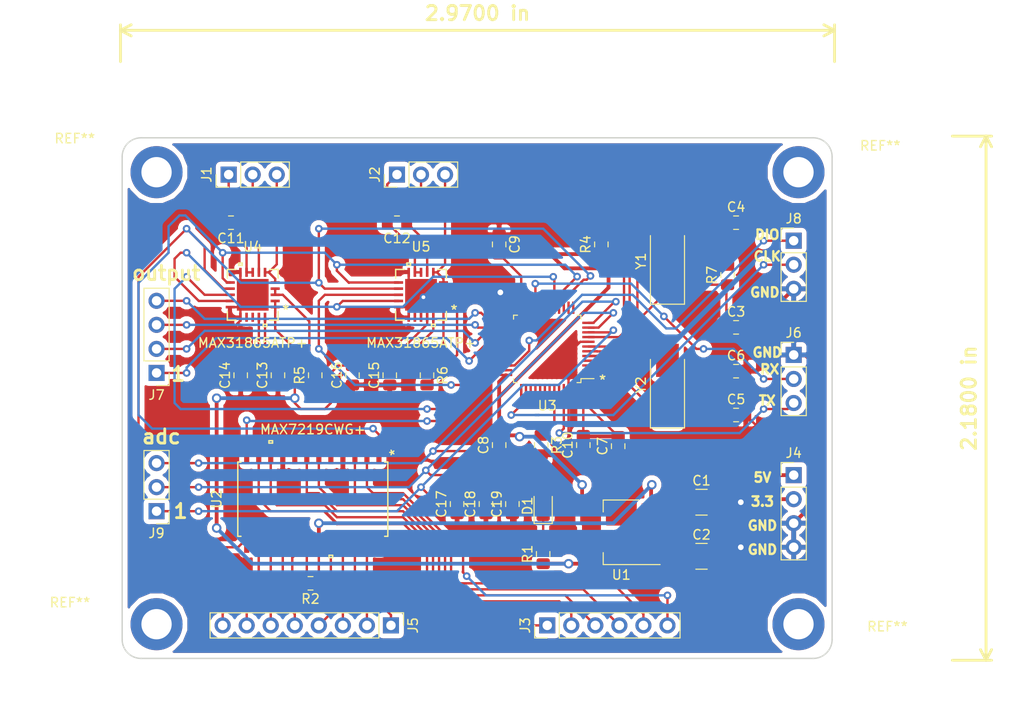
<source format=kicad_pcb>
(kicad_pcb (version 20171130) (host pcbnew 5.0.2+dfsg1-1)
  (layers (0 F.Cu signal) (31 B.Cu signal) (34 B.Paste user) (35 F.Paste user) (36 B.SilkS user) (37 F.SilkS user) (38 B.Mask user) (39 F.Mask user) (44 Edge.Cuts user))
  (net 0 "")
  (net 1 "Net-(U2-Pad24)")
  (net 2 "Net-(J5-Pad1)")
  (net 3 "Net-(J5-Pad2)")
  (net 4 "Net-(J5-Pad3)")
  (net 5 "Net-(J5-Pad4)")
  (net 6 VCC)
  (net 7 "Net-(J5-Pad5)")
  (net 8 "Net-(J5-Pad6)")
  (net 9 "Net-(J5-Pad7)")
  (net 10 "Net-(J5-Pad8)")
  (net 11 /sck)
  (net 12 /cs3)
  (net 13 GND)
  (net 14 "Net-(U2-Pad8)")
  (net 15 "Net-(U2-Pad5)")
  (net 16 /miso)
  (net 17 VDD)
  (net 18 "Net-(U5-Pad18)")
  (net 19 "Net-(U5-Pad17)")
  (net 20 /cs2)
  (net 21 /mosi)
  (net 22 /Sheet5DA16D7E/rtdin2-)
  (net 23 /Sheet5DA16D7E/rtdin2+)
  (net 24 /Sheet5DA16D7E/force2)
  (net 25 "Net-(R5-Pad2)")
  (net 26 "Net-(R5-Pad1)")
  (net 27 "Net-(R4-Pad2)")
  (net 28 /Sheet5DA16D7E/force1)
  (net 29 /Sheet5DA16D7E/rtdin1+)
  (net 30 /Sheet5DA16D7E/rtdin1-)
  (net 31 /cs1)
  (net 32 "Net-(U4-Pad17)")
  (net 33 "Net-(U4-Pad18)")
  (net 34 "Net-(U3-Pad2)")
  (net 35 "Net-(J7-Pad1)")
  (net 36 "Net-(J7-Pad2)")
  (net 37 "Net-(J7-Pad3)")
  (net 38 "Net-(U3-Pad13)")
  (net 39 "Net-(U3-Pad14)")
  (net 40 "Net-(U3-Pad18)")
  (net 41 "Net-(U3-Pad19)")
  (net 42 "Net-(U3-Pad20)")
  (net 43 "Net-(U3-Pad22)")
  (net 44 "Net-(J6-Pad3)")
  (net 45 "Net-(J6-Pad2)")
  (net 46 "Net-(U3-Pad32)")
  (net 47 "Net-(U3-Pad33)")
  (net 48 "Net-(U3-Pad39)")
  (net 49 "Net-(U3-Pad40)")
  (net 50 "Net-(U3-Pad41)")
  (net 51 "Net-(U3-Pad42)")
  (net 52 "Net-(U3-Pad43)")
  (net 53 "Net-(U3-Pad45)")
  (net 54 "Net-(J8-Pad2)")
  (net 55 "Net-(D1-Pad1)")
  (net 56 "Net-(R2-Pad2)")
  (net 57 "Net-(J3-Pad1)")
  (net 58 "Net-(J3-Pad2)")
  (net 59 "Net-(J3-Pad3)")
  (net 60 "Net-(J3-Pad4)")
  (net 61 "Net-(J3-Pad5)")
  (net 62 "Net-(J3-Pad6)")
  (net 63 "Net-(R6-Pad2)")
  (net 64 "Net-(R6-Pad1)")
  (net 65 "Net-(R3-Pad1)")
  (net 66 /OSC32_IN)
  (net 67 /OSC32_OUT)
  (net 68 /XTAL_IN)
  (net 69 /XTAL_OUT)
  (net 70 "Net-(J7-Pad4)")
  (net 71 "Net-(J8-Pad1)")
  (net 72 "Net-(U3-Pad38)")
  (net 73 "Net-(C17-Pad2)")
  (net 74 "Net-(C18-Pad2)")
  (net 75 "Net-(C19-Pad2)")
  (module Capacitor_SMD:C_0805_2012Metric_Pad1.15x1.40mm_HandSolder (layer F.Cu) (at 141.224 138.693 90)
    (fp_text reference C19 (at 0 -1.65 90) (layer F.SilkS))
    (fp_text value 10nf)
    (pad 1 smd roundrect (at -1.025 0 90) (size 1.15 1.4) (layers F.Cu F.Paste F.Mask) (roundrect_rratio 0.217391) (net 13 GND))
    (pad 2 smd roundrect (at 1.025 0 90) (size 1.15 1.4) (layers F.Cu F.Paste F.Mask) (roundrect_rratio 0.217391) (net 75 "Net-(C19-Pad2)"))
  )
  (module Capacitor_SMD:C_0805_2012Metric_Pad1.15x1.40mm_HandSolder (layer F.Cu) (at 138.43 138.693 90)
    (fp_text reference C18 (at 0 -1.65 90) (layer F.SilkS))
    (fp_text value 10nf)
    (pad 2 smd roundrect (at 1.025 0 90) (size 1.15 1.4) (layers F.Cu F.Paste F.Mask) (roundrect_rratio 0.217391) (net 74 "Net-(C18-Pad2)"))
    (pad 1 smd roundrect (at -1.025 0 90) (size 1.15 1.4) (layers F.Cu F.Paste F.Mask) (roundrect_rratio 0.217391) (net 13 GND))
  )
  (module Capacitor_SMD:C_0805_2012Metric_Pad1.15x1.40mm_HandSolder (layer F.Cu) (at 135.382 138.693 90)
    (fp_text reference C17 (at 0 -1.65 90) (layer F.SilkS))
    (fp_text value 10nf)
    (pad 1 smd roundrect (at -1.025 0 90) (size 1.15 1.4) (layers F.Cu F.Paste F.Mask) (roundrect_rratio 0.217391) (net 13 GND))
    (pad 2 smd roundrect (at 1.025 0 90) (size 1.15 1.4) (layers F.Cu F.Paste F.Mask) (roundrect_rratio 0.217391) (net 73 "Net-(C17-Pad2)"))
  )
  (module test:STM32F103C8T6 (layer F.Cu) (at 144.907 122.301 180)
    (fp_text reference U3 (at 0 -6 180) (layer F.SilkS))
    (fp_text value STM32F103C8Tx)
    (fp_text user * (at -5.842 -3.302 180) (layer F.SilkS))
    (pad 1 smd rect (at -4.35 -2.75 180) (size 1.3 0.25) (layers F.Cu F.Paste F.Mask) (net 17 VDD))
    (pad 2 smd rect (at -4.35 -2.25 180) (size 1.3 0.25) (layers F.Cu F.Paste F.Mask) (net 34 "Net-(U3-Pad2)"))
    (pad 3 smd rect (at -4.35 -1.75 180) (size 1.3 0.25) (layers F.Cu F.Paste F.Mask) (net 66 /OSC32_IN))
    (pad 4 smd rect (at -4.35 -1.25 180) (size 1.3 0.25) (layers F.Cu F.Paste F.Mask) (net 67 /OSC32_OUT))
    (pad 5 smd rect (at -4.35 -0.75 180) (size 1.3 0.25) (layers F.Cu F.Paste F.Mask) (net 68 /XTAL_IN))
    (pad 6 smd rect (at -4.35 -0.25 180) (size 1.3 0.25) (layers F.Cu F.Paste F.Mask) (net 69 /XTAL_OUT))
    (pad 7 smd rect (at -4.35 0.25 180) (size 1.3 0.25) (layers F.Cu F.Paste F.Mask) (net 27 "Net-(R4-Pad2)"))
    (pad 8 smd rect (at -4.35 0.75 180) (size 1.3 0.25) (layers F.Cu F.Paste F.Mask) (net 13 GND))
    (pad 9 smd rect (at -4.35 1.25 180) (size 1.3 0.25) (layers F.Cu F.Paste F.Mask) (net 17 VDD))
    (pad 10 smd rect (at -4.35 1.75 180) (size 1.3 0.25) (layers F.Cu F.Paste F.Mask) (net 73 "Net-(C17-Pad2)"))
    (pad 11 smd rect (at -4.35 2.25 180) (size 1.3 0.25) (layers F.Cu F.Paste F.Mask) (net 74 "Net-(C18-Pad2)"))
    (pad 12 smd rect (at -4.35 2.75 180) (size 1.3 0.25) (layers F.Cu F.Paste F.Mask) (net 75 "Net-(C19-Pad2)"))
    (pad 13 smd rect (at -2.75 4.35 270) (size 1.3 0.25) (layers F.Cu F.Paste F.Mask) (net 38 "Net-(U3-Pad13)"))
    (pad 14 smd rect (at -2.25 4.35 270) (size 1.3 0.25) (layers F.Cu F.Paste F.Mask) (net 39 "Net-(U3-Pad14)"))
    (pad 15 smd rect (at -1.75 4.35 270) (size 1.3 0.25) (layers F.Cu F.Paste F.Mask) (net 11 /sck))
    (pad 16 smd rect (at -1.25 4.35 270) (size 1.3 0.25) (layers F.Cu F.Paste F.Mask) (net 21 /mosi))
    (pad 17 smd rect (at -0.75 4.35 270) (size 1.3 0.25) (layers F.Cu F.Paste F.Mask) (net 16 /miso))
    (pad 18 smd rect (at -0.25 4.35 270) (size 1.3 0.25) (layers F.Cu F.Paste F.Mask) (net 40 "Net-(U3-Pad18)"))
    (pad 19 smd rect (at 0.25 4.35 270) (size 1.3 0.25) (layers F.Cu F.Paste F.Mask) (net 41 "Net-(U3-Pad19)"))
    (pad 20 smd rect (at 0.75 4.35 270) (size 1.3 0.25) (layers F.Cu F.Paste F.Mask) (net 42 "Net-(U3-Pad20)"))
    (pad 21 smd rect (at 1.25 4.35 270) (size 1.3 0.25) (layers F.Cu F.Paste F.Mask) (net 45 "Net-(J6-Pad2)"))
    (pad 22 smd rect (at 1.75 4.35 270) (size 1.3 0.25) (layers F.Cu F.Paste F.Mask) (net 43 "Net-(U3-Pad22)"))
    (pad 23 smd rect (at 2.25 4.35 270) (size 1.3 0.25) (layers F.Cu F.Paste F.Mask) (net 13 GND))
    (pad 24 smd rect (at 2.75 4.35 270) (size 1.3 0.25) (layers F.Cu F.Paste F.Mask) (net 17 VDD))
    (pad 25 smd rect (at 4.35 2.75 180) (size 1.3 0.25) (layers F.Cu F.Paste F.Mask) (net 70 "Net-(J7-Pad4)"))
    (pad 26 smd rect (at 4.35 2.25 180) (size 1.3 0.25) (layers F.Cu F.Paste F.Mask) (net 37 "Net-(J7-Pad3)"))
    (pad 27 smd rect (at 4.35 1.75 180) (size 1.3 0.25) (layers F.Cu F.Paste F.Mask) (net 36 "Net-(J7-Pad2)"))
    (pad 28 smd rect (at 4.35 1.25 180) (size 1.3 0.25) (layers F.Cu F.Paste F.Mask) (net 35 "Net-(J7-Pad1)"))
    (pad 29 smd rect (at 4.35 0.75 180) (size 1.3 0.25) (layers F.Cu F.Paste F.Mask) (net 31 /cs1))
    (pad 30 smd rect (at 4.35 0.25 180) (size 1.3 0.25) (layers F.Cu F.Paste F.Mask) (net 20 /cs2))
    (pad 31 smd rect (at 4.35 -0.25 180) (size 1.3 0.25) (layers F.Cu F.Paste F.Mask) (net 12 /cs3))
    (pad 32 smd rect (at 4.35 -0.75 180) (size 1.3 0.25) (layers F.Cu F.Paste F.Mask) (net 46 "Net-(U3-Pad32)"))
    (pad 33 smd rect (at 4.35 -1.25 180) (size 1.3 0.25) (layers F.Cu F.Paste F.Mask) (net 47 "Net-(U3-Pad33)"))
    (pad 34 smd rect (at 4.35 -1.75 180) (size 1.3 0.25) (layers F.Cu F.Paste F.Mask) (net 71 "Net-(J8-Pad1)"))
    (pad 35 smd rect (at 4.35 -2.25 180) (size 1.3 0.25) (layers F.Cu F.Paste F.Mask) (net 13 GND))
    (pad 36 smd rect (at 4.35 -2.75 180) (size 1.3 0.25) (layers F.Cu F.Paste F.Mask) (net 17 VDD))
    (pad 37 smd rect (at 2.75 -4.35 270) (size 1.3 0.25) (layers F.Cu F.Paste F.Mask) (net 54 "Net-(J8-Pad2)"))
    (pad 38 smd rect (at 2.25 -4.35 270) (size 1.3 0.25) (layers F.Cu F.Paste F.Mask) (net 72 "Net-(U3-Pad38)"))
    (pad 39 smd rect (at 1.75 -4.35 270) (size 1.3 0.25) (layers F.Cu F.Paste F.Mask) (net 48 "Net-(U3-Pad39)"))
    (pad 40 smd rect (at 1.25 -4.35 270) (size 1.3 0.25) (layers F.Cu F.Paste F.Mask) (net 49 "Net-(U3-Pad40)"))
    (pad 41 smd rect (at 0.75 -4.35 270) (size 1.3 0.25) (layers F.Cu F.Paste F.Mask) (net 50 "Net-(U3-Pad41)"))
    (pad 42 smd rect (at 0.25 -4.35 270) (size 1.3 0.25) (layers F.Cu F.Paste F.Mask) (net 51 "Net-(U3-Pad42)"))
    (pad 43 smd rect (at -0.25 -4.35 270) (size 1.3 0.25) (layers F.Cu F.Paste F.Mask) (net 52 "Net-(U3-Pad43)"))
    (pad 44 smd rect (at -0.75 -4.35 270) (size 1.3 0.25) (layers F.Cu F.Paste F.Mask) (net 65 "Net-(R3-Pad1)"))
    (pad 45 smd rect (at -1.25 -4.35 270) (size 1.3 0.25) (layers F.Cu F.Paste F.Mask) (net 53 "Net-(U3-Pad45)"))
    (pad 46 smd rect (at -1.75 -4.35 270) (size 1.3 0.25) (layers F.Cu F.Paste F.Mask) (net 44 "Net-(J6-Pad3)"))
    (pad 47 smd rect (at -2.25 -4.35 270) (size 1.3 0.25) (layers F.Cu F.Paste F.Mask) (net 13 GND))
    (pad 48 smd rect (at -2.75 -4.35 270) (size 1.3 0.25) (layers F.Cu F.Paste F.Mask) (net 17 VDD))
  )
  (module Resistor_SMD:R_0805_2012Metric_Pad1.15x1.40mm_HandSolder (layer F.Cu) (at 163.957 114.496 90)
    (fp_text reference R7 (at 0 -1.65 90) (layer F.SilkS))
    (fp_text value 1m)
    (pad 1 smd roundrect (at -1.025 0 90) (size 1.15 1.4) (layers F.Cu F.Paste F.Mask) (roundrect_rratio 0.217391) (net 68 /XTAL_IN))
    (pad 2 smd roundrect (at 1.025 0 90) (size 1.15 1.4) (layers F.Cu F.Paste F.Mask) (roundrect_rratio 0.217391) (net 69 /XTAL_OUT))
  )
  (module Connector_PinHeader_2.54mm:PinHeader_1x03_P2.54mm_Vertical (layer F.Cu) (at 111.252 103.886 90)
    (fp_text reference J1 (at 0 -2.33 90) (layer F.SilkS))
    (fp_text value temperature_1)
    (pad 3 thru_hole oval (at 0 5.08 90) (size 1.7 1.7) (drill 1) (layers *.Cu *.Mask) (net 28 /Sheet5DA16D7E/force1))
    (pad 2 thru_hole oval (at 0 2.54 90) (size 1.7 1.7) (drill 1) (layers *.Cu *.Mask) (net 29 /Sheet5DA16D7E/rtdin1+))
    (pad 1 thru_hole rect (at 0 0 90) (size 1.7 1.7) (drill 1) (layers *.Cu *.Mask) (net 30 /Sheet5DA16D7E/rtdin1-))
  )
  (module Connector_PinHeader_2.54mm:PinHeader_1x03_P2.54mm_Vertical (layer F.Cu) (at 129.032 103.886 90)
    (fp_text reference J2 (at 0 -2.33 90) (layer F.SilkS))
    (fp_text value temperature_2)
    (pad 3 thru_hole oval (at 0 5.08 90) (size 1.7 1.7) (drill 1) (layers *.Cu *.Mask) (net 24 /Sheet5DA16D7E/force2))
    (pad 2 thru_hole oval (at 0 2.54 90) (size 1.7 1.7) (drill 1) (layers *.Cu *.Mask) (net 23 /Sheet5DA16D7E/rtdin2+))
    (pad 1 thru_hole rect (at 0 0 90) (size 1.7 1.7) (drill 1) (layers *.Cu *.Mask) (net 22 /Sheet5DA16D7E/rtdin2-))
  )
  (module Connector_PinHeader_2.54mm:PinHeader_1x03_P2.54mm_Vertical (layer F.Cu) (at 170.942 122.936)
    (fp_text reference J6 (at 0 -2.33) (layer F.SilkS))
    (fp_text value usart)
    (pad 1 thru_hole rect (at 0 0) (size 1.7 1.7) (drill 1) (layers *.Cu *.Mask) (net 13 GND))
    (pad 2 thru_hole oval (at 0 2.54) (size 1.7 1.7) (drill 1) (layers *.Cu *.Mask) (net 45 "Net-(J6-Pad2)"))
    (pad 3 thru_hole oval (at 0 5.08) (size 1.7 1.7) (drill 1) (layers *.Cu *.Mask) (net 44 "Net-(J6-Pad3)"))
  )
  (module Connector_PinHeader_2.54mm:PinHeader_1x04_P2.54mm_Vertical (layer F.Cu) (at 103.632 124.841 180)
    (fp_text reference J7 (at 0 -2.33 180) (layer F.SilkS))
    (fp_text value output)
    (pad 4 thru_hole oval (at 0 7.62 180) (size 1.7 1.7) (drill 1) (layers *.Cu *.Mask) (net 70 "Net-(J7-Pad4)"))
    (pad 3 thru_hole oval (at 0 5.08 180) (size 1.7 1.7) (drill 1) (layers *.Cu *.Mask) (net 37 "Net-(J7-Pad3)"))
    (pad 2 thru_hole oval (at 0 2.54 180) (size 1.7 1.7) (drill 1) (layers *.Cu *.Mask) (net 36 "Net-(J7-Pad2)"))
    (pad 1 thru_hole rect (at 0 0 180) (size 1.7 1.7) (drill 1) (layers *.Cu *.Mask) (net 35 "Net-(J7-Pad1)"))
  )
  (module Connector_PinHeader_2.54mm:PinHeader_1x04_P2.54mm_Vertical (layer F.Cu) (at 170.942 135.636)
    (fp_text reference J4 (at 0 -2.33) (layer F.SilkS))
    (fp_text value power)
    (pad 1 thru_hole rect (at 0 0) (size 1.7 1.7) (drill 1) (layers *.Cu *.Mask) (net 6 VCC))
    (pad 2 thru_hole oval (at 0 2.54) (size 1.7 1.7) (drill 1) (layers *.Cu *.Mask) (net 17 VDD))
    (pad 3 thru_hole oval (at 0 5.08) (size 1.7 1.7) (drill 1) (layers *.Cu *.Mask) (net 13 GND))
    (pad 4 thru_hole oval (at 0 7.62) (size 1.7 1.7) (drill 1) (layers *.Cu *.Mask) (net 13 GND))
  )
  (module Connector_PinHeader_2.54mm:PinHeader_1x06_P2.54mm_Vertical (layer F.Cu) (at 144.907 151.511 90)
    (fp_text reference J3 (at 0 -2.33 90) (layer F.SilkS))
    (fp_text value DIG_0_6)
    (pad 1 thru_hole rect (at 0 0 90) (size 1.7 1.7) (drill 1) (layers *.Cu *.Mask) (net 57 "Net-(J3-Pad1)"))
    (pad 2 thru_hole oval (at 0 2.54 90) (size 1.7 1.7) (drill 1) (layers *.Cu *.Mask) (net 58 "Net-(J3-Pad2)"))
    (pad 3 thru_hole oval (at 0 5.08 90) (size 1.7 1.7) (drill 1) (layers *.Cu *.Mask) (net 59 "Net-(J3-Pad3)"))
    (pad 4 thru_hole oval (at 0 7.62 90) (size 1.7 1.7) (drill 1) (layers *.Cu *.Mask) (net 60 "Net-(J3-Pad4)"))
    (pad 5 thru_hole oval (at 0 10.16 90) (size 1.7 1.7) (drill 1) (layers *.Cu *.Mask) (net 61 "Net-(J3-Pad5)"))
    (pad 6 thru_hole oval (at 0 12.7 90) (size 1.7 1.7) (drill 1) (layers *.Cu *.Mask) (net 62 "Net-(J3-Pad6)"))
  )
  (module Crystal:Crystal_SMD_5032-2Pin_5.0x3.2mm_HandSoldering (layer F.Cu) (at 157.607 113.030274 90)
    (fp_text reference Y1 (at 0 -2.8 90) (layer F.SilkS))
    (fp_text value 8m)
    (pad 2 smd rect (at 2.6 0 90) (size 3.5 2.4) (layers F.Cu F.Paste F.Mask) (net 69 /XTAL_OUT))
    (pad 1 smd rect (at -2.6 0 90) (size 3.5 2.4) (layers F.Cu F.Paste F.Mask) (net 68 /XTAL_IN))
  )
  (module Crystal:Crystal_SMD_5032-2Pin_5.0x3.2mm_HandSoldering (layer F.Cu) (at 157.607 126.111 90)
    (fp_text reference Y2 (at 0 -2.8 90) (layer F.SilkS))
    (fp_text value 32.768)
    (pad 1 smd rect (at -2.6 0 90) (size 3.5 2.4) (layers F.Cu F.Paste F.Mask) (net 66 /OSC32_IN))
    (pad 2 smd rect (at 2.6 0 90) (size 3.5 2.4) (layers F.Cu F.Paste F.Mask) (net 67 /OSC32_OUT))
  )
  (module Capacitor_SMD:C_0805_2012Metric_Pad1.15x1.40mm_HandSolder (layer F.Cu) (at 128.27 125.086 90)
    (fp_text reference C15 (at 0 -1.65 90) (layer F.SilkS))
    (fp_text value 100nf)
    (pad 2 smd roundrect (at 1.025 0 90) (size 1.15 1.4) (layers F.Cu F.Paste F.Mask) (roundrect_rratio 0.217391) (net 17 VDD))
    (pad 1 smd roundrect (at -1.025 0 90) (size 1.15 1.4) (layers F.Cu F.Paste F.Mask) (roundrect_rratio 0.217391) (net 13 GND))
  )
  (module Capacitor_SMD:C_0805_2012Metric_Pad1.15x1.40mm_HandSolder (layer F.Cu) (at 112.522 125.086 90)
    (fp_text reference C14 (at 0 -1.65 90) (layer F.SilkS))
    (fp_text value 100nf)
    (pad 1 smd roundrect (at -1.025 0 90) (size 1.15 1.4) (layers F.Cu F.Paste F.Mask) (roundrect_rratio 0.217391) (net 13 GND))
    (pad 2 smd roundrect (at 1.025 0 90) (size 1.15 1.4) (layers F.Cu F.Paste F.Mask) (roundrect_rratio 0.217391) (net 17 VDD))
  )
  (module Capacitor_SMD:C_0805_2012Metric_Pad1.15x1.40mm_HandSolder (layer F.Cu) (at 116.459 125.086 90)
    (fp_text reference C13 (at 0 -1.65 90) (layer F.SilkS))
    (fp_text value 100nf)
    (pad 2 smd roundrect (at 1.025 0 90) (size 1.15 1.4) (layers F.Cu F.Paste F.Mask) (roundrect_rratio 0.217391) (net 17 VDD))
    (pad 1 smd roundrect (at -1.025 0 90) (size 1.15 1.4) (layers F.Cu F.Paste F.Mask) (roundrect_rratio 0.217391) (net 13 GND))
  )
  (module Capacitor_SMD:C_0805_2012Metric_Pad1.15x1.40mm_HandSolder (layer F.Cu) (at 124.333 125.086 90)
    (fp_text reference C16 (at 0 -1.65 90) (layer F.SilkS))
    (fp_text value 100nf)
    (pad 1 smd roundrect (at -1.025 0 90) (size 1.15 1.4) (layers F.Cu F.Paste F.Mask) (roundrect_rratio 0.217391) (net 13 GND))
    (pad 2 smd roundrect (at 1.025 0 90) (size 1.15 1.4) (layers F.Cu F.Paste F.Mask) (roundrect_rratio 0.217391) (net 17 VDD))
  )
  (module Capacitor_SMD:C_1210_3225Metric_Pad1.42x2.65mm_HandSolder (layer F.Cu) (at 161.203489 144.213532)
    (fp_text reference C2 (at 0 -2.28) (layer F.SilkS))
    (fp_text value 10uf)
    (pad 2 smd roundrect (at 1.4875 0) (size 1.425 2.65) (layers F.Cu F.Paste F.Mask) (roundrect_rratio 0.175439) (net 13 GND))
    (pad 1 smd roundrect (at -1.4875 0) (size 1.425 2.65) (layers F.Cu F.Paste F.Mask) (roundrect_rratio 0.175439) (net 17 VDD))
  )
  (module Capacitor_SMD:C_1210_3225Metric_Pad1.42x2.65mm_HandSolder (layer F.Cu) (at 161.203489 138.498532)
    (fp_text reference C1 (at 0 -2.28) (layer F.SilkS))
    (fp_text value 10uf)
    (pad 1 smd roundrect (at -1.4875 0) (size 1.425 2.65) (layers F.Cu F.Paste F.Mask) (roundrect_rratio 0.175439) (net 6 VCC))
    (pad 2 smd roundrect (at 1.4875 0) (size 1.425 2.65) (layers F.Cu F.Paste F.Mask) (roundrect_rratio 0.175439) (net 13 GND))
  )
  (module LED_SMD:LED_0805_2012Metric_Pad1.15x1.40mm_HandSolder (layer F.Cu) (at 144.475989 138.888532 90)
    (fp_text reference D1 (at 0 -1.65 90) (layer F.SilkS))
    (fp_text value LED)
    (pad 1 smd roundrect (at -1.025 0 90) (size 1.15 1.4) (layers F.Cu F.Paste F.Mask) (roundrect_rratio 0.217391) (net 55 "Net-(D1-Pad1)"))
    (pad 2 smd roundrect (at 1.025 0 90) (size 1.15 1.4) (layers F.Cu F.Paste F.Mask) (roundrect_rratio 0.217391) (net 13 GND))
  )
  (module Resistor_SMD:R_0805_2012Metric_Pad1.15x1.40mm_HandSolder (layer F.Cu) (at 132.207 125.086 270)
    (fp_text reference R6 (at 0 -1.65 270) (layer F.SilkS))
    (fp_text value 430)
    (pad 1 smd roundrect (at -1.025 0 270) (size 1.15 1.4) (layers F.Cu F.Paste F.Mask) (roundrect_rratio 0.217391) (net 64 "Net-(R6-Pad1)"))
    (pad 2 smd roundrect (at 1.025 0 270) (size 1.15 1.4) (layers F.Cu F.Paste F.Mask) (roundrect_rratio 0.217391) (net 63 "Net-(R6-Pad2)"))
  )
  (module Connector_PinHeader_2.54mm:PinHeader_1x03_P2.54mm_Vertical (layer F.Cu) (at 170.942 110.871)
    (fp_text reference J8 (at 0 -2.33) (layer F.SilkS))
    (fp_text value swd)
    (pad 3 thru_hole oval (at 0 5.08) (size 1.7 1.7) (drill 1) (layers *.Cu *.Mask) (net 13 GND))
    (pad 2 thru_hole oval (at 0 2.54) (size 1.7 1.7) (drill 1) (layers *.Cu *.Mask) (net 54 "Net-(J8-Pad2)"))
    (pad 1 thru_hole rect (at 0 0) (size 1.7 1.7) (drill 1) (layers *.Cu *.Mask) (net 71 "Net-(J8-Pad1)"))
  )
  (module Connector_PinHeader_2.54mm:PinHeader_1x03_P2.54mm_Vertical (layer F.Cu) (at 103.632 139.446 180)
    (fp_text reference J9 (at 0 -2.33 180) (layer F.SilkS))
    (fp_text value adc)
    (pad 1 thru_hole rect (at 0 0 180) (size 1.7 1.7) (drill 1) (layers *.Cu *.Mask) (net 73 "Net-(C17-Pad2)"))
    (pad 2 thru_hole oval (at 0 2.54 180) (size 1.7 1.7) (drill 1) (layers *.Cu *.Mask) (net 74 "Net-(C18-Pad2)"))
    (pad 3 thru_hole oval (at 0 5.08 180) (size 1.7 1.7) (drill 1) (layers *.Cu *.Mask) (net 75 "Net-(C19-Pad2)"))
  )
  (module Connector_PinHeader_2.54mm:PinHeader_1x08_P2.54mm_Vertical (layer F.Cu) (at 128.397 151.511 270)
    (fp_text reference J5 (at 0 -2.33 270) (layer F.SilkS))
    (fp_text value SEG)
    (pad 1 thru_hole rect (at 0 0 270) (size 1.7 1.7) (drill 1) (layers *.Cu *.Mask) (net 2 "Net-(J5-Pad1)"))
    (pad 2 thru_hole oval (at 0 2.54 270) (size 1.7 1.7) (drill 1) (layers *.Cu *.Mask) (net 3 "Net-(J5-Pad2)"))
    (pad 3 thru_hole oval (at 0 5.08 270) (size 1.7 1.7) (drill 1) (layers *.Cu *.Mask) (net 4 "Net-(J5-Pad3)"))
    (pad 4 thru_hole oval (at 0 7.62 270) (size 1.7 1.7) (drill 1) (layers *.Cu *.Mask) (net 5 "Net-(J5-Pad4)"))
    (pad 5 thru_hole oval (at 0 10.16 270) (size 1.7 1.7) (drill 1) (layers *.Cu *.Mask) (net 7 "Net-(J5-Pad5)"))
    (pad 6 thru_hole oval (at 0 12.7 270) (size 1.7 1.7) (drill 1) (layers *.Cu *.Mask) (net 8 "Net-(J5-Pad6)"))
    (pad 7 thru_hole oval (at 0 15.24 270) (size 1.7 1.7) (drill 1) (layers *.Cu *.Mask) (net 9 "Net-(J5-Pad7)"))
    (pad 8 thru_hole oval (at 0 17.78 270) (size 1.7 1.7) (drill 1) (layers *.Cu *.Mask) (net 10 "Net-(J5-Pad8)"))
  )
  (module Capacitor_SMD:C_0805_2012Metric_Pad1.15x1.40mm_HandSolder (layer F.Cu) (at 164.857 120.026)
    (fp_text reference C3 (at 0 -1.65) (layer F.SilkS))
    (fp_text value 22pf)
    (pad 1 smd roundrect (at -1.025 0) (size 1.15 1.4) (layers F.Cu F.Paste F.Mask) (roundrect_rratio 0.217391) (net 68 /XTAL_IN))
    (pad 2 smd roundrect (at 1.025 0) (size 1.15 1.4) (layers F.Cu F.Paste F.Mask) (roundrect_rratio 0.217391) (net 13 GND))
  )
  (module Capacitor_SMD:C_0805_2012Metric_Pad1.15x1.40mm_HandSolder (layer F.Cu) (at 164.857 108.966)
    (fp_text reference C4 (at 0 -1.65) (layer F.SilkS))
    (fp_text value 22pf)
    (pad 2 smd roundrect (at 1.025 0) (size 1.15 1.4) (layers F.Cu F.Paste F.Mask) (roundrect_rratio 0.217391) (net 13 GND))
    (pad 1 smd roundrect (at -1.025 0) (size 1.15 1.4) (layers F.Cu F.Paste F.Mask) (roundrect_rratio 0.217391) (net 69 /XTAL_OUT))
  )
  (module Capacitor_SMD:C_0805_2012Metric_Pad1.15x1.40mm_HandSolder (layer F.Cu) (at 164.857 129.286)
    (fp_text reference C5 (at 0 -1.65) (layer F.SilkS))
    (fp_text value 12pf)
    (pad 1 smd roundrect (at -1.025 0) (size 1.15 1.4) (layers F.Cu F.Paste F.Mask) (roundrect_rratio 0.217391) (net 66 /OSC32_IN))
    (pad 2 smd roundrect (at 1.025 0) (size 1.15 1.4) (layers F.Cu F.Paste F.Mask) (roundrect_rratio 0.217391) (net 13 GND))
  )
  (module Capacitor_SMD:C_0805_2012Metric_Pad1.15x1.40mm_HandSolder (layer F.Cu) (at 164.857 124.656)
    (fp_text reference C6 (at 0 -1.65) (layer F.SilkS))
    (fp_text value 12pf)
    (pad 2 smd roundrect (at 1.025 0) (size 1.15 1.4) (layers F.Cu F.Paste F.Mask) (roundrect_rratio 0.217391) (net 13 GND))
    (pad 1 smd roundrect (at -1.025 0) (size 1.15 1.4) (layers F.Cu F.Paste F.Mask) (roundrect_rratio 0.217391) (net 67 /OSC32_OUT))
  )
  (module Capacitor_SMD:C_0805_2012Metric_Pad1.15x1.40mm_HandSolder (layer F.Cu) (at 152.4 132.579 90)
    (fp_text reference C7 (at 0 -1.65 90) (layer F.SilkS))
    (fp_text value 100nf)
    (pad 1 smd roundrect (at -1.025 0 90) (size 1.15 1.4) (layers F.Cu F.Paste F.Mask) (roundrect_rratio 0.217391) (net 13 GND))
    (pad 2 smd roundrect (at 1.025 0 90) (size 1.15 1.4) (layers F.Cu F.Paste F.Mask) (roundrect_rratio 0.217391) (net 17 VDD))
  )
  (module Capacitor_SMD:C_0805_2012Metric_Pad1.15x1.40mm_HandSolder (layer F.Cu) (at 139.827 132.461 90)
    (fp_text reference C8 (at 0 -1.65 90) (layer F.SilkS))
    (fp_text value 100nf)
    (pad 2 smd roundrect (at 1.025 0 90) (size 1.15 1.4) (layers F.Cu F.Paste F.Mask) (roundrect_rratio 0.217391) (net 17 VDD))
    (pad 1 smd roundrect (at -1.025 0 90) (size 1.15 1.4) (layers F.Cu F.Paste F.Mask) (roundrect_rratio 0.217391) (net 13 GND))
  )
  (module Capacitor_SMD:C_0805_2012Metric_Pad1.15x1.40mm_HandSolder (layer F.Cu) (at 139.827 111.261 270)
    (fp_text reference C9 (at 0 -1.65 270) (layer F.SilkS))
    (fp_text value 100nf)
    (pad 1 smd roundrect (at -1.025 0 270) (size 1.15 1.4) (layers F.Cu F.Paste F.Mask) (roundrect_rratio 0.217391) (net 13 GND))
    (pad 2 smd roundrect (at 1.025 0 270) (size 1.15 1.4) (layers F.Cu F.Paste F.Mask) (roundrect_rratio 0.217391) (net 17 VDD))
  )
  (module Capacitor_SMD:C_0805_2012Metric_Pad1.15x1.40mm_HandSolder (layer F.Cu) (at 148.717 132.461 90)
    (fp_text reference C10 (at 0 -1.65 90) (layer F.SilkS))
    (fp_text value 100nf)
    (pad 2 smd roundrect (at 1.025 0 90) (size 1.15 1.4) (layers F.Cu F.Paste F.Mask) (roundrect_rratio 0.217391) (net 17 VDD))
    (pad 1 smd roundrect (at -1.025 0 90) (size 1.15 1.4) (layers F.Cu F.Paste F.Mask) (roundrect_rratio 0.217391) (net 13 GND))
  )
  (module Capacitor_SMD:C_0805_2012Metric_Pad1.15x1.40mm_HandSolder (layer F.Cu) (at 111.497 108.966 180)
    (fp_text reference C11 (at 0 -1.65 180) (layer F.SilkS))
    (fp_text value 100nf)
    (pad 1 smd roundrect (at -1.025 0 180) (size 1.15 1.4) (layers F.Cu F.Paste F.Mask) (roundrect_rratio 0.217391) (net 29 /Sheet5DA16D7E/rtdin1+))
    (pad 2 smd roundrect (at 1.025 0 180) (size 1.15 1.4) (layers F.Cu F.Paste F.Mask) (roundrect_rratio 0.217391) (net 30 /Sheet5DA16D7E/rtdin1-))
  )
  (module Capacitor_SMD:C_0805_2012Metric_Pad1.15x1.40mm_HandSolder (layer F.Cu) (at 129.032 108.966 180)
    (fp_text reference C12 (at 0 -1.65 180) (layer F.SilkS))
    (fp_text value 100nf)
    (pad 2 smd roundrect (at 1.025 0 180) (size 1.15 1.4) (layers F.Cu F.Paste F.Mask) (roundrect_rratio 0.217391) (net 22 /Sheet5DA16D7E/rtdin2-))
    (pad 1 smd roundrect (at -1.025 0 180) (size 1.15 1.4) (layers F.Cu F.Paste F.Mask) (roundrect_rratio 0.217391) (net 23 /Sheet5DA16D7E/rtdin2+))
  )
  (module Package_TO_SOT_SMD:SOT-223-3_TabPin2 (layer F.Cu) (at 152.730989 141.673532 180)
    (fp_text reference U1 (at 0 -4.5 180) (layer F.SilkS))
    (fp_text value AMS1117-3.3)
    (pad 2 smd rect (at 3.15 0 180) (size 2 3.8) (layers F.Cu F.Paste F.Mask) (net 17 VDD))
    (pad 2 smd rect (at -3.15 0 180) (size 2 1.5) (layers F.Cu F.Paste F.Mask) (net 17 VDD))
    (pad 3 smd rect (at -3.15 2.3 180) (size 2 1.5) (layers F.Cu F.Paste F.Mask) (net 6 VCC))
    (pad 1 smd rect (at -3.15 -2.3 180) (size 2 1.5) (layers F.Cu F.Paste F.Mask) (net 13 GND))
  )
  (module Resistor_SMD:R_0805_2012Metric_Pad1.15x1.40mm_HandSolder (layer F.Cu) (at 144.272 132.461 270)
    (fp_text reference R3 (at 0 -1.65 270) (layer F.SilkS))
    (fp_text value 10k)
    (pad 1 smd roundrect (at -1.025 0 270) (size 1.15 1.4) (layers F.Cu F.Paste F.Mask) (roundrect_rratio 0.217391) (net 65 "Net-(R3-Pad1)"))
    (pad 2 smd roundrect (at 1.025 0 270) (size 1.15 1.4) (layers F.Cu F.Paste F.Mask) (roundrect_rratio 0.217391) (net 13 GND))
  )
  (module Resistor_SMD:R_0805_2012Metric_Pad1.15x1.40mm_HandSolder (layer F.Cu) (at 150.622 111.261 90)
    (fp_text reference R4 (at 0 -1.65 90) (layer F.SilkS))
    (fp_text value 10k)
    (pad 2 smd roundrect (at 1.025 0 90) (size 1.15 1.4) (layers F.Cu F.Paste F.Mask) (roundrect_rratio 0.217391) (net 27 "Net-(R4-Pad2)"))
    (pad 1 smd roundrect (at -1.025 0 90) (size 1.15 1.4) (layers F.Cu F.Paste F.Mask) (roundrect_rratio 0.217391) (net 17 VDD))
  )
  (module Resistor_SMD:R_0805_2012Metric_Pad1.15x1.40mm_HandSolder (layer F.Cu) (at 120.396 125.086 90)
    (fp_text reference R5 (at 0 -1.65 90) (layer F.SilkS))
    (fp_text value 430)
    (pad 1 smd roundrect (at -1.025 0 90) (size 1.15 1.4) (layers F.Cu F.Paste F.Mask) (roundrect_rratio 0.217391) (net 26 "Net-(R5-Pad1)"))
    (pad 2 smd roundrect (at 1.025 0 90) (size 1.15 1.4) (layers F.Cu F.Paste F.Mask) (roundrect_rratio 0.217391) (net 25 "Net-(R5-Pad2)"))
  )
  (module Resistor_SMD:R_0805_2012Metric_Pad1.15x1.40mm_HandSolder (layer F.Cu) (at 119.897 147.066 180)
    (fp_text reference R2 (at 0 -1.65 180) (layer F.SilkS))
    (fp_text value 9.53k)
    (pad 2 smd roundrect (at 1.025 0 180) (size 1.15 1.4) (layers F.Cu F.Paste F.Mask) (roundrect_rratio 0.217391) (net 56 "Net-(R2-Pad2)"))
    (pad 1 smd roundrect (at -1.025 0 180) (size 1.15 1.4) (layers F.Cu F.Paste F.Mask) (roundrect_rratio 0.217391) (net 6 VCC))
  )
  (module Resistor_SMD:R_0805_2012Metric_Pad1.15x1.40mm_HandSolder (layer F.Cu) (at 144.475989 143.968532 90)
    (fp_text reference R1 (at 0 -1.65 90) (layer F.SilkS))
    (fp_text value 1k)
    (pad 1 smd roundrect (at -1.025 0 90) (size 1.15 1.4) (layers F.Cu F.Paste F.Mask) (roundrect_rratio 0.217391) (net 17 VDD))
    (pad 2 smd roundrect (at 1.025 0 90) (size 1.15 1.4) (layers F.Cu F.Paste F.Mask) (roundrect_rratio 0.217391) (net 55 "Net-(D1-Pad1)"))
  )
  (module test:MAX31865ATP+ (layer F.Cu) (at 113.792 116.586 180)
    (fp_text reference U4 (at 0 5.08 180) (layer F.SilkS))
    (fp_text value MAX31865ATP+ (at 0 -5.08 180) (layer F.SilkS))
    (fp_text user * (at -3.4877 -1.625 180) (layer F.SilkS))
    (pad 1 smd rect (at -2.3725 -1.3 270) (size 0.2756 0.960399) (layers F.Cu F.Paste F.Mask) (net 26 "Net-(R5-Pad1)"))
    (pad 2 smd rect (at -2.3725 -0.649999 270) (size 0.2756 0.960399) (layers F.Cu F.Paste F.Mask) (net 26 "Net-(R5-Pad1)"))
    (pad 3 smd rect (at -2.3725 0 270) (size 0.2756 0.960399) (layers F.Cu F.Paste F.Mask) (net 25 "Net-(R5-Pad2)"))
    (pad 4 smd rect (at -2.3725 0.649999 270) (size 0.2756 0.960399) (layers F.Cu F.Paste F.Mask) (net 25 "Net-(R5-Pad2)"))
    (pad 5 smd rect (at -2.3725 1.3 270) (size 0.2756 0.960399) (layers F.Cu F.Paste F.Mask) (net 28 /Sheet5DA16D7E/force1))
    (pad 6 smd rect (at -1.3 2.3725 180) (size 0.2756 0.960399) (layers F.Cu F.Paste F.Mask) (net 28 /Sheet5DA16D7E/force1))
    (pad 7 smd rect (at -0.649999 2.3725 180) (size 0.2756 0.960399) (layers F.Cu F.Paste F.Mask) (net 29 /Sheet5DA16D7E/rtdin1+))
    (pad 8 smd rect (at 0 2.3725 180) (size 0.2756 0.960399) (layers F.Cu F.Paste F.Mask) (net 30 /Sheet5DA16D7E/rtdin1-))
    (pad 9 smd rect (at 0.649999 2.3725 180) (size 0.2756 0.960399) (layers F.Cu F.Paste F.Mask) (net 30 /Sheet5DA16D7E/rtdin1-))
    (pad 10 smd rect (at 1.3 2.3725 180) (size 0.2756 0.960399) (layers F.Cu F.Paste F.Mask) (net 13 GND))
    (pad 11 smd rect (at 2.3725 1.3 270) (size 0.2756 0.960399) (layers F.Cu F.Paste F.Mask) (net 21 /mosi))
    (pad 12 smd rect (at 2.3725 0.649999 270) (size 0.2756 0.960399) (layers F.Cu F.Paste F.Mask) (net 11 /sck))
    (pad 13 smd rect (at 2.3725 0 270) (size 0.2756 0.960399) (layers F.Cu F.Paste F.Mask) (net 20 /cs2))
    (pad 14 smd rect (at 2.3725 -0.649999 270) (size 0.2756 0.960399) (layers F.Cu F.Paste F.Mask) (net 16 /miso))
    (pad 15 smd rect (at 2.3725 -1.3 270) (size 0.2756 0.960399) (layers F.Cu F.Paste F.Mask) (net 13 GND))
    (pad 16 smd rect (at 1.3 -2.3725 180) (size 0.2756 0.960399) (layers F.Cu F.Paste F.Mask) (net 13 GND))
    (pad 17 smd rect (at 0.649999 -2.3725 180) (size 0.2756 0.960399) (layers F.Cu F.Paste F.Mask) (net 32 "Net-(U4-Pad17)"))
    (pad 18 smd rect (at 0 -2.3725 180) (size 0.2756 0.960399) (layers F.Cu F.Paste F.Mask) (net 33 "Net-(U4-Pad18)"))
    (pad 19 smd rect (at -0.649999 -2.3725 180) (size 0.2756 0.960399) (layers F.Cu F.Paste F.Mask) (net 17 VDD))
    (pad 20 smd rect (at -1.3 -2.3725 180) (size 0.2756 0.960399) (layers F.Cu F.Paste F.Mask) (net 17 VDD))
    (pad 21 smd rect (at 0 0 180) (size 3.3528 3.3528) (layers F.Cu F.Paste F.Mask) (net 13 GND))
  )
  (module test:MAX31865ATP+ (layer F.Cu) (at 131.572 116.586 180)
    (fp_text reference U5 (at 0 5.08 180) (layer F.SilkS))
    (fp_text value MAX31865ATP+ (at 0 -5.08 180) (layer F.SilkS))
    (fp_text user * (at -3.4877 -1.625 180) (layer F.SilkS))
    (pad 21 smd rect (at 0 0 180) (size 3.3528 3.3528) (layers F.Cu F.Paste F.Mask) (net 13 GND))
    (pad 20 smd rect (at -1.3 -2.3725 180) (size 0.2756 0.960399) (layers F.Cu F.Paste F.Mask) (net 17 VDD))
    (pad 19 smd rect (at -0.649999 -2.3725 180) (size 0.2756 0.960399) (layers F.Cu F.Paste F.Mask) (net 17 VDD))
    (pad 18 smd rect (at 0 -2.3725 180) (size 0.2756 0.960399) (layers F.Cu F.Paste F.Mask) (net 18 "Net-(U5-Pad18)"))
    (pad 17 smd rect (at 0.649999 -2.3725 180) (size 0.2756 0.960399) (layers F.Cu F.Paste F.Mask) (net 19 "Net-(U5-Pad17)"))
    (pad 16 smd rect (at 1.3 -2.3725 180) (size 0.2756 0.960399) (layers F.Cu F.Paste F.Mask) (net 13 GND))
    (pad 15 smd rect (at 2.3725 -1.3 270) (size 0.2756 0.960399) (layers F.Cu F.Paste F.Mask) (net 13 GND))
    (pad 14 smd rect (at 2.3725 -0.649999 270) (size 0.2756 0.960399) (layers F.Cu F.Paste F.Mask) (net 16 /miso))
    (pad 13 smd rect (at 2.3725 0 270) (size 0.2756 0.960399) (layers F.Cu F.Paste F.Mask) (net 31 /cs1))
    (pad 12 smd rect (at 2.3725 0.649999 270) (size 0.2756 0.960399) (layers F.Cu F.Paste F.Mask) (net 11 /sck))
    (pad 11 smd rect (at 2.3725 1.3 270) (size 0.2756 0.960399) (layers F.Cu F.Paste F.Mask) (net 21 /mosi))
    (pad 10 smd rect (at 1.3 2.3725 180) (size 0.2756 0.960399) (layers F.Cu F.Paste F.Mask) (net 13 GND))
    (pad 9 smd rect (at 0.649999 2.3725 180) (size 0.2756 0.960399) (layers F.Cu F.Paste F.Mask) (net 22 /Sheet5DA16D7E/rtdin2-))
    (pad 8 smd rect (at 0 2.3725 180) (size 0.2756 0.960399) (layers F.Cu F.Paste F.Mask) (net 22 /Sheet5DA16D7E/rtdin2-))
    (pad 7 smd rect (at -0.649999 2.3725 180) (size 0.2756 0.960399) (layers F.Cu F.Paste F.Mask) (net 23 /Sheet5DA16D7E/rtdin2+))
    (pad 6 smd rect (at -1.3 2.3725 180) (size 0.2756 0.960399) (layers F.Cu F.Paste F.Mask) (net 24 /Sheet5DA16D7E/force2))
    (pad 5 smd rect (at -2.3725 1.3 270) (size 0.2756 0.960399) (layers F.Cu F.Paste F.Mask) (net 24 /Sheet5DA16D7E/force2))
    (pad 4 smd rect (at -2.3725 0.649999 270) (size 0.2756 0.960399) (layers F.Cu F.Paste F.Mask) (net 63 "Net-(R6-Pad2)"))
    (pad 3 smd rect (at -2.3725 0 270) (size 0.2756 0.960399) (layers F.Cu F.Paste F.Mask) (net 63 "Net-(R6-Pad2)"))
    (pad 2 smd rect (at -2.3725 -0.649999 270) (size 0.2756 0.960399) (layers F.Cu F.Paste F.Mask) (net 64 "Net-(R6-Pad1)"))
    (pad 1 smd rect (at -2.3725 -1.3 270) (size 0.2756 0.960399) (layers F.Cu F.Paste F.Mask) (net 64 "Net-(R6-Pad1)"))
  )
  (module test:MAX7219CWG+ (layer F.Cu) (at 120.142 138.176 270)
    (fp_text reference U2 (at 0 10.16 90) (layer F.SilkS))
    (fp_text value MAX7219CWG+ (at -7.366 0 180) (layer F.SilkS))
    (fp_text user * (at -4.9403 -8.6706 270) (layer F.SilkS))
    (pad 24 smd rect (at 4.6863 -6.985 270) (size 1.969999 0.5426) (layers F.Cu F.Paste F.Mask) (net 1 "Net-(U2-Pad24)"))
    (pad 23 smd rect (at 4.6863 -5.715 270) (size 1.969999 0.5426) (layers F.Cu F.Paste F.Mask) (net 2 "Net-(J5-Pad1)"))
    (pad 22 smd rect (at 4.6863 -4.445 270) (size 1.969999 0.5426) (layers F.Cu F.Paste F.Mask) (net 3 "Net-(J5-Pad2)"))
    (pad 21 smd rect (at 4.6863 -3.175 270) (size 1.969999 0.5426) (layers F.Cu F.Paste F.Mask) (net 4 "Net-(J5-Pad3)"))
    (pad 20 smd rect (at 4.6863 -1.905 270) (size 1.969999 0.5426) (layers F.Cu F.Paste F.Mask) (net 5 "Net-(J5-Pad4)"))
    (pad 19 smd rect (at 4.6863 -0.635 270) (size 1.969999 0.5426) (layers F.Cu F.Paste F.Mask) (net 6 VCC))
    (pad 18 smd rect (at 4.6863 0.635 270) (size 1.969999 0.5426) (layers F.Cu F.Paste F.Mask) (net 56 "Net-(R2-Pad2)"))
    (pad 17 smd rect (at 4.6863 1.905 270) (size 1.969999 0.5426) (layers F.Cu F.Paste F.Mask) (net 7 "Net-(J5-Pad5)"))
    (pad 16 smd rect (at 4.6863 3.175 270) (size 1.969999 0.5426) (layers F.Cu F.Paste F.Mask) (net 8 "Net-(J5-Pad6)"))
    (pad 15 smd rect (at 4.6863 4.445 270) (size 1.969999 0.5426) (layers F.Cu F.Paste F.Mask) (net 9 "Net-(J5-Pad7)"))
    (pad 14 smd rect (at 4.6863 5.715 270) (size 1.969999 0.5426) (layers F.Cu F.Paste F.Mask) (net 10 "Net-(J5-Pad8)"))
    (pad 13 smd rect (at 4.6863 6.985 270) (size 1.969999 0.5426) (layers F.Cu F.Paste F.Mask) (net 11 /sck))
    (pad 12 smd rect (at -4.6863 6.985 270) (size 1.969999 0.5426) (layers F.Cu F.Paste F.Mask) (net 12 /cs3))
    (pad 11 smd rect (at -4.6863 5.715 270) (size 1.969999 0.5426) (layers F.Cu F.Paste F.Mask) (net 57 "Net-(J3-Pad1)"))
    (pad 10 smd rect (at -4.6863 4.445 270) (size 1.969999 0.5426) (layers F.Cu F.Paste F.Mask) (net 58 "Net-(J3-Pad2)"))
    (pad 9 smd rect (at -4.6863 3.175 270) (size 1.969999 0.5426) (layers F.Cu F.Paste F.Mask) (net 13 GND))
    (pad 8 smd rect (at -4.6863 1.905 270) (size 1.969999 0.5426) (layers F.Cu F.Paste F.Mask) (net 14 "Net-(U2-Pad8)"))
    (pad 7 smd rect (at -4.6863 0.635 270) (size 1.969999 0.5426) (layers F.Cu F.Paste F.Mask) (net 59 "Net-(J3-Pad3)"))
    (pad 6 smd rect (at -4.6863 -0.635 270) (size 1.969999 0.5426) (layers F.Cu F.Paste F.Mask) (net 60 "Net-(J3-Pad4)"))
    (pad 5 smd rect (at -4.6863 -1.905 270) (size 1.969999 0.5426) (layers F.Cu F.Paste F.Mask) (net 15 "Net-(U2-Pad5)"))
    (pad 4 smd rect (at -4.6863 -3.175 270) (size 1.969999 0.5426) (layers F.Cu F.Paste F.Mask) (net 13 GND))
    (pad 3 smd rect (at -4.6863 -4.445 270) (size 1.969999 0.5426) (layers F.Cu F.Paste F.Mask) (net 61 "Net-(J3-Pad5)"))
    (pad 2 smd rect (at -4.6863 -5.715 270) (size 1.969999 0.5426) (layers F.Cu F.Paste F.Mask) (net 62 "Net-(J3-Pad6)"))
    (pad 1 smd rect (at -4.6863 -6.985 270) (size 1.969999 0.5426) (layers F.Cu F.Paste F.Mask) (net 21 /mosi))
  )
  (module MountingHole:MountingHole_3.2mm_M3_ISO14580_Pad (layer F.Cu) (at 171.45 151.384)
    (fp_text reference REF** (at 9.398 0.254) (layer F.SilkS))
    (fp_text value MountingHole_3.2mm_M3_ISO14580_Pad)
    (pad 1 thru_hole circle (at 0 0) (size 5.5 5.5) (drill 3.2) (layers *.Cu *.Mask))
  )
  (module MountingHole:MountingHole_3.2mm_M3_ISO14580_Pad (layer F.Cu) (at 171.45 103.632)
    (fp_text reference REF** (at 8.636 -2.794) (layer F.SilkS))
    (fp_text value MountingHole_3.2mm_M3_ISO14580_Pad)
    (pad 1 thru_hole circle (at 0 0) (size 5.5 5.5) (drill 3.2) (layers *.Cu *.Mask))
  )
  (module MountingHole:MountingHole_3.2mm_M3_ISO14580_Pad (layer F.Cu) (at 103.632 103.632)
    (fp_text reference REF** (at -8.636 -3.556) (layer F.SilkS))
    (fp_text value MountingHole_3.2mm_M3_ISO14580_Pad)
    (pad 1 thru_hole circle (at 0 0) (size 5.5 5.5) (drill 3.2) (layers *.Cu *.Mask))
  )
  (module MountingHole:MountingHole_3.2mm_M3_ISO14580_Pad (layer F.Cu) (at 103.632 151.384)
    (fp_text reference REF** (at -9.144 -2.286) (layer F.SilkS))
    (fp_text value MountingHole_3.2mm_M3_ISO14580_Pad)
    (pad 1 thru_hole circle (at 0 0) (size 5.5 5.5) (drill 3.2) (layers *.Cu *.Mask))
  )
  (dimension 75.438 (width 0.3) (layer F.SilkS) (gr_text "75.438 mm" (at 137.541 86.546) (layer F.SilkS) (effects (font (size 1.5 1.5) (thickness 0.3)))) (feature1 (pts (xy 175.26 91.948) (xy 175.26 88.059579))) (feature2 (pts (xy 99.822 91.948) (xy 99.822 88.059579))) (crossbar (pts (xy 99.822 88.646) (xy 175.26 88.646))) (arrow1a (pts (xy 175.26 88.646) (xy 174.133496 89.232421))) (arrow1b (pts (xy 175.26 88.646) (xy 174.133496 88.059579))) (arrow2a (pts (xy 99.822 88.646) (xy 100.948504 89.232421))) (arrow2b (pts (xy 99.822 88.646) (xy 100.948504 88.059579))))
  (dimension 55.372 (width 0.3) (layer F.SilkS) (gr_text "55.372 mm" (at 193.362 127.508 270) (layer F.SilkS) (effects (font (size 1.5 1.5) (thickness 0.3)))) (feature1 (pts (xy 187.706 155.194) (xy 191.848421 155.194))) (feature2 (pts (xy 187.706 99.822) (xy 191.848421 99.822))) (crossbar (pts (xy 191.262 99.822) (xy 191.262 155.194))) (arrow1a (pts (xy 191.262 155.194) (xy 190.675579 154.067496))) (arrow1b (pts (xy 191.262 155.194) (xy 191.848421 154.067496))) (arrow2a (pts (xy 191.262 99.822) (xy 190.675579 100.948504))) (arrow2b (pts (xy 191.262 99.822) (xy 191.848421 100.948504))))
  (gr_text 1 (at 106.172 139.446) (layer F.SilkS) (effects (font (size 1.5 1.5) (thickness 0.3))))
  (gr_text 1 (at 105.918 124.968) (layer F.SilkS) (effects (font (size 1.5 1.5) (thickness 0.3))))
  (gr_text output (at 104.648 114.3) (layer F.SilkS) (effects (font (size 1.5 1.5) (thickness 0.3))))
  (gr_text adc (at 104.14 131.572) (layer F.SilkS) (effects (font (size 1.5 1.5) (thickness 0.3))))
  (gr_text CLK (at 168.148 112.522) (layer F.SilkS) (effects (font (size 1 1) (thickness 0.25))))
  (gr_text DIO (at 168.148 110.236) (layer F.SilkS) (effects (font (size 1 1) (thickness 0.25))))
  (gr_text GND (at 167.894 116.332) (layer F.SilkS) (effects (font (size 1 1) (thickness 0.25))))
  (gr_text GND (at 168.148 122.682) (layer F.SilkS) (effects (font (size 1 1) (thickness 0.25))))
  (gr_text RX (at 168.402 124.46) (layer F.SilkS) (effects (font (size 1 1) (thickness 0.25))))
  (gr_text TX (at 168.148 127.762) (layer F.SilkS) (effects (font (size 1 1) (thickness 0.25))))
  (gr_text GND (at 167.64 143.51) (layer F.SilkS) (effects (font (size 1 1) (thickness 0.25))))
  (gr_text 5V (at 167.64 135.89) (layer F.SilkS) (effects (font (size 1 1) (thickness 0.25))))
  (gr_text GND (at 167.64 140.97) (layer F.SilkS) (effects (font (size 1 1) (thickness 0.25))))
  (gr_text 3.3 (at 167.64 138.43) (layer F.SilkS) (effects (font (size 1 1) (thickness 0.25))))
  (gr_arc (start 102 102) (end 100 102) (angle 90) (layer Edge.Cuts) (width 0.15))
  (gr_arc (start 173 102) (end 173 100) (angle 90) (layer Edge.Cuts) (width 0.15))
  (gr_arc (start 173 153) (end 175 153) (angle 90) (layer Edge.Cuts) (width 0.15))
  (gr_arc (start 102 153) (end 102 155) (angle 90) (layer Edge.Cuts) (width 0.15))
  (gr_line (start 100 102) (end 100 153) (layer Edge.Cuts) (width 0.15))
  (gr_line (start 102 155) (end 173 155) (layer Edge.Cuts) (width 0.15))
  (gr_line (start 175 102) (end 175 153) (layer Edge.Cuts) (width 0.15))
  (gr_line (start 102 100) (end 173 100) (layer Edge.Cuts) (width 0.15))
  (segment (start 125.857 147.871) (end 125.857 142.8623) (width 0.25) (layer F.Cu) (net 2))
  (segment (start 128.397 150.411) (end 125.857 147.871) (width 0.25) (layer F.Cu) (net 2))
  (segment (start 128.397 151.511) (end 128.397 150.411) (width 0.25) (layer F.Cu) (net 2))
  (segment (start 124.587 142.8623) (end 124.587 147.701) (width 0.25) (layer F.Cu) (net 3))
  (segment (start 125.857 148.971) (end 125.857 151.511) (width 0.25) (layer F.Cu) (net 3))
  (segment (start 124.587 147.701) (end 125.857 148.971) (width 0.25) (layer F.Cu) (net 3))
  (segment (start 123.317 151.511) (end 123.317 142.8623) (width 0.25) (layer F.Cu) (net 4))
  (segment (start 122.047 150.241) (end 120.777 151.511) (width 0.25) (layer F.Cu) (net 5))
  (segment (start 122.047 142.8623) (end 122.047 150.241) (width 0.25) (layer F.Cu) (net 5))
  (via (at 120.777 140.716) (size 1) (drill 0.6) (layers F.Cu B.Cu) (net 6))
  (segment (start 120.777 146.921) (end 120.922 147.066) (width 0.25) (layer F.Cu) (net 6))
  (segment (start 120.777 142.8623) (end 120.777 146.921) (width 0.25) (layer F.Cu) (net 6))
  (segment (start 158.840989 139.373532) (end 159.715989 138.498532) (width 0.4) (layer F.Cu) (net 6))
  (segment (start 155.880989 139.373532) (end 158.840989 139.373532) (width 0.4) (layer F.Cu) (net 6))
  (segment (start 155.880989 139.373532) (end 155.880989 136.727011) (width 0.4) (layer F.Cu) (net 6))
  (segment (start 120.777 142.8623) (end 120.777 140.716) (width 0.4) (layer F.Cu) (net 6))
  (segment (start 120.777 140.716) (end 151.892 140.716) (width 0.4) (layer B.Cu) (net 6))
  (segment (start 162.578521 135.636) (end 170.942 135.636) (width 0.4) (layer F.Cu) (net 6))
  (segment (start 159.715989 138.498532) (end 162.578521 135.636) (width 0.4) (layer F.Cu) (net 6))
  (via (at 155.956 136.652) (size 1) (drill 0.6) (layers F.Cu B.Cu) (net 6))
  (segment (start 151.892 140.716) (end 155.956 136.652) (width 0.4) (layer B.Cu) (net 6))
  (segment (start 117.97199 150.043909) (end 118.237 150.308919) (width 0.25) (layer F.Cu) (net 7))
  (segment (start 117.97199 144.362309) (end 117.97199 150.043909) (width 0.25) (layer F.Cu) (net 7))
  (segment (start 118.237 144.097299) (end 117.97199 144.362309) (width 0.25) (layer F.Cu) (net 7))
  (segment (start 118.237 150.308919) (end 118.237 151.511) (width 0.25) (layer F.Cu) (net 7))
  (segment (start 118.237 142.8623) (end 118.237 144.097299) (width 0.25) (layer F.Cu) (net 7))
  (segment (start 116.967 142.8623) (end 116.967 147.701) (width 0.25) (layer F.Cu) (net 8))
  (segment (start 115.697 148.971) (end 115.697 151.511) (width 0.25) (layer F.Cu) (net 8))
  (segment (start 116.967 147.701) (end 115.697 148.971) (width 0.25) (layer F.Cu) (net 8))
  (segment (start 113.157 148.971) (end 113.157 151.511) (width 0.25) (layer F.Cu) (net 9))
  (segment (start 115.697 142.8623) (end 115.697 146.431) (width 0.25) (layer F.Cu) (net 9))
  (segment (start 115.697 146.431) (end 113.157 148.971) (width 0.25) (layer F.Cu) (net 9))
  (segment (start 110.617 150.241) (end 110.617 151.511) (width 0.25) (layer F.Cu) (net 10))
  (segment (start 114.427 142.8623) (end 114.427 146.431) (width 0.25) (layer F.Cu) (net 10))
  (segment (start 114.427 146.431) (end 110.617 150.241) (width 0.25) (layer F.Cu) (net 10))
  (via (at 106.807 109.601) (size 0.8) (drill 0.4) (layers F.Cu B.Cu) (net 11))
  (via (at 120.777 109.601) (size 0.8) (drill 0.4) (layers F.Cu B.Cu) (net 11))
  (via (at 120.777 115.316) (size 0.8) (drill 0.4) (layers F.Cu B.Cu) (net 11))
  (segment (start 110.689301 115.936001) (end 108.712 113.9587) (width 0.25) (layer F.Cu) (net 11))
  (segment (start 111.4195 115.936001) (end 110.689301 115.936001) (width 0.25) (layer F.Cu) (net 11))
  (segment (start 108.712 111.506) (end 106.807 109.601) (width 0.25) (layer F.Cu) (net 11))
  (segment (start 108.712 113.9587) (end 108.712 111.506) (width 0.25) (layer F.Cu) (net 11))
  (segment (start 106.807 109.601) (end 112.522 115.316) (width 0.25) (layer B.Cu) (net 11))
  (segment (start 112.522 115.316) (end 120.777 115.316) (width 0.25) (layer B.Cu) (net 11))
  (segment (start 121.397001 115.936001) (end 120.777 115.316) (width 0.25) (layer F.Cu) (net 11))
  (segment (start 129.1995 115.936001) (end 121.397001 115.936001) (width 0.25) (layer F.Cu) (net 11))
  (segment (start 101.727 140.716) (end 101.727 114.681) (width 0.25) (layer F.Cu) (net 11))
  (segment (start 104.267 143.256) (end 101.727 140.716) (width 0.25) (layer F.Cu) (net 11))
  (segment (start 112.242 143.256) (end 104.267 143.256) (width 0.25) (layer F.Cu) (net 11))
  (segment (start 101.727 114.681) (end 106.807 109.601) (width 0.25) (layer F.Cu) (net 11))
  (segment (start 113.157 142.8623) (end 112.6357 142.8623) (width 0.25) (layer F.Cu) (net 11))
  (segment (start 112.6357 142.8623) (end 112.242 143.256) (width 0.25) (layer F.Cu) (net 11))
  (segment (start 120.777 109.601) (end 120.777 115.316) (width 0.25) (layer F.Cu) (net 11))
  (segment (start 146.657 117.951) (end 146.657 117.090998) (width 0.25) (layer F.Cu) (net 11))
  (via (at 149.471991 114.59201) (size 0.8) (drill 0.4) (layers F.Cu B.Cu) (net 11))
  (segment (start 120.777 109.601) (end 144.480981 109.601) (width 0.25) (layer B.Cu) (net 11))
  (segment (start 149.071992 114.992009) (end 149.471991 114.59201) (width 0.25) (layer F.Cu) (net 11))
  (segment (start 144.480981 109.601) (end 149.471991 114.59201) (width 0.25) (layer B.Cu) (net 11))
  (segment (start 148.755989 114.992009) (end 149.071992 114.992009) (width 0.25) (layer F.Cu) (net 11))
  (segment (start 146.657 117.090998) (end 148.755989 114.992009) (width 0.25) (layer F.Cu) (net 11))
  (via (at 132.207 129.921) (size 0.8) (drill 0.4) (layers F.Cu B.Cu) (net 12))
  (segment (start 133.65059 129.921) (end 139.192 124.37959) (width 0.25) (layer F.Cu) (net 12))
  (segment (start 132.207 129.921) (end 133.65059 129.921) (width 0.25) (layer F.Cu) (net 12))
  (segment (start 139.597 122.551) (end 140.557 122.551) (width 0.25) (layer F.Cu) (net 12))
  (segment (start 139.192 122.956) (end 139.597 122.551) (width 0.25) (layer F.Cu) (net 12))
  (segment (start 139.192 124.37959) (end 139.192 122.956) (width 0.25) (layer F.Cu) (net 12))
  (segment (start 113.157 133.4897) (end 113.157 129.83099) (width 0.25) (layer F.Cu) (net 12))
  (via (at 113.157 129.83099) (size 0.8) (drill 0.4) (layers F.Cu B.Cu) (net 12))
  (segment (start 113.24701 129.921) (end 113.157 129.83099) (width 0.25) (layer B.Cu) (net 12))
  (segment (start 132.207 129.921) (end 113.24701 129.921) (width 0.25) (layer B.Cu) (net 12))
  (via (at 139.954 116.332) (size 1) (drill 0.6) (layers F.Cu B.Cu) (net 13))
  (via (at 131.826 116.84) (size 0.8) (drill 0.4) (layers F.Cu B.Cu) (net 13))
  (segment (start 165.882 124.656) (end 165.882 120.026) (width 0.25) (layer F.Cu) (net 13))
  (segment (start 165.882 124.656) (end 165.882 129.286) (width 0.25) (layer F.Cu) (net 13))
  (segment (start 147.157 126.651) (end 147.157 133.196) (width 0.25) (layer F.Cu) (net 13))
  (segment (start 147.157 133.196) (end 147.447 133.486) (width 0.25) (layer F.Cu) (net 13))
  (segment (start 147.447 133.486) (end 148.717 133.486) (width 0.25) (layer F.Cu) (net 13))
  (segment (start 146.867 133.486) (end 147.157 133.196) (width 0.25) (layer F.Cu) (net 13))
  (segment (start 146.812 133.486) (end 146.867 133.486) (width 0.25) (layer F.Cu) (net 13))
  (segment (start 146.812 133.486) (end 147.447 133.486) (width 0.25) (layer F.Cu) (net 13))
  (segment (start 144.272 133.486) (end 146.812 133.486) (width 0.25) (layer F.Cu) (net 13))
  (segment (start 162.690989 145.792011) (end 162.690989 144.213532) (width 0.25) (layer F.Cu) (net 13))
  (segment (start 155.880989 143.973532) (end 155.880989 144.973532) (width 0.25) (layer F.Cu) (net 13))
  (segment (start 162.052 146.431) (end 162.690989 145.792011) (width 0.25) (layer F.Cu) (net 13))
  (segment (start 155.880989 144.973532) (end 157.338457 146.431) (width 0.25) (layer F.Cu) (net 13))
  (segment (start 144.475989 137.863532) (end 143.675989 137.863532) (width 0.25) (layer F.Cu) (net 13))
  (segment (start 157.338457 146.431) (end 157.607 146.431) (width 0.25) (layer F.Cu) (net 13))
  (segment (start 157.607 146.431) (end 162.052 146.431) (width 0.25) (layer F.Cu) (net 13))
  (segment (start 155.880989 144.973532) (end 155.880989 144.982011) (width 0.25) (layer F.Cu) (net 13))
  (segment (start 155.880989 144.982011) (end 154.432 146.431) (width 0.25) (layer F.Cu) (net 13))
  (segment (start 154.432 146.431) (end 157.607 146.431) (width 0.25) (layer F.Cu) (net 13))
  (segment (start 130.272 115.286) (end 131.572 116.586) (width 0.25) (layer F.Cu) (net 13))
  (segment (start 130.272 114.2135) (end 130.272 115.286) (width 0.25) (layer F.Cu) (net 13))
  (segment (start 129.1995 117.886) (end 130.272 117.886) (width 0.25) (layer F.Cu) (net 13))
  (segment (start 130.272 117.886) (end 131.572 116.586) (width 0.25) (layer F.Cu) (net 13))
  (segment (start 130.272 118.9585) (end 130.272 117.886) (width 0.25) (layer F.Cu) (net 13))
  (segment (start 112.492 115.286) (end 113.792 116.586) (width 0.25) (layer F.Cu) (net 13))
  (segment (start 112.492 114.2135) (end 112.492 115.286) (width 0.25) (layer F.Cu) (net 13))
  (segment (start 111.4195 117.886) (end 112.492 117.886) (width 0.25) (layer F.Cu) (net 13))
  (segment (start 112.492 117.886) (end 113.792 116.586) (width 0.25) (layer F.Cu) (net 13))
  (segment (start 112.492 118.9585) (end 112.492 117.886) (width 0.25) (layer F.Cu) (net 13))
  (segment (start 116.459 126.111) (end 112.522 126.111) (width 0.25) (layer F.Cu) (net 13))
  (segment (start 139.657 124.551) (end 137.922 126.286) (width 0.25) (layer F.Cu) (net 13))
  (segment (start 140.557 124.551) (end 139.657 124.551) (width 0.25) (layer F.Cu) (net 13))
  (segment (start 137.922 131.581) (end 139.827 133.486) (width 0.25) (layer F.Cu) (net 13))
  (segment (start 137.922 126.286) (end 137.922 131.581) (width 0.25) (layer F.Cu) (net 13))
  (segment (start 170.942 121.836) (end 170.942 122.936) (width 0.25) (layer F.Cu) (net 13))
  (segment (start 172.042 122.936) (end 173.482 124.376) (width 0.25) (layer F.Cu) (net 13))
  (segment (start 170.942 122.936) (end 172.042 122.936) (width 0.25) (layer F.Cu) (net 13))
  (segment (start 165.882 129.286) (end 169.057 132.461) (width 0.25) (layer F.Cu) (net 13))
  (segment (start 172.212 132.461) (end 173.482 133.731) (width 0.25) (layer F.Cu) (net 13))
  (segment (start 169.057 132.461) (end 172.212 132.461) (width 0.25) (layer F.Cu) (net 13))
  (segment (start 173.482 124.376) (end 173.482 133.731) (width 0.25) (layer F.Cu) (net 13))
  (segment (start 173.482 133.731) (end 173.482 138.176) (width 0.25) (layer F.Cu) (net 13))
  (segment (start 123.317 129.921) (end 123.317 133.4897) (width 0.25) (layer F.Cu) (net 13))
  (segment (start 116.459 129.413) (end 116.967 129.921) (width 0.25) (layer F.Cu) (net 13))
  (segment (start 116.459 126.111) (end 116.459 129.413) (width 0.25) (layer F.Cu) (net 13))
  (segment (start 116.967 133.4897) (end 116.967 129.921) (width 0.25) (layer F.Cu) (net 13))
  (segment (start 116.967 129.921) (end 123.317 129.921) (width 0.25) (layer F.Cu) (net 13))
  (segment (start 111.252 126.111) (end 112.522 126.111) (width 0.25) (layer F.Cu) (net 13))
  (segment (start 110.617 125.476) (end 111.252 126.111) (width 0.25) (layer F.Cu) (net 13))
  (segment (start 110.617 121.175899) (end 110.617 125.476) (width 0.25) (layer F.Cu) (net 13))
  (segment (start 112.492 118.9585) (end 112.492 119.300899) (width 0.25) (layer F.Cu) (net 13))
  (segment (start 112.492 119.300899) (end 110.617 121.175899) (width 0.25) (layer F.Cu) (net 13))
  (segment (start 142.657 118.851) (end 142.24 119.268) (width 0.25) (layer F.Cu) (net 13))
  (segment (start 142.657 117.951) (end 142.657 118.851) (width 0.25) (layer F.Cu) (net 13))
  (segment (start 139.954 117.108002) (end 139.954 116.332) (width 0.25) (layer F.Cu) (net 13))
  (segment (start 142.113998 119.268) (end 139.954 117.108002) (width 0.25) (layer F.Cu) (net 13))
  (segment (start 142.24 119.268) (end 142.113998 119.268) (width 0.25) (layer F.Cu) (net 13))
  (segment (start 147.157 122.790997) (end 147.157 126.651) (width 0.25) (layer F.Cu) (net 13))
  (segment (start 148.396997 121.551) (end 147.157 122.790997) (width 0.25) (layer F.Cu) (net 13))
  (segment (start 149.257 121.551) (end 148.396997 121.551) (width 0.25) (layer F.Cu) (net 13))
  (segment (start 152.282 133.486) (end 152.4 133.604) (width 0.25) (layer F.Cu) (net 13))
  (segment (start 148.717 133.486) (end 152.282 133.486) (width 0.25) (layer F.Cu) (net 13))
  (segment (start 139.446 116.84) (end 139.954 116.332) (width 0.4) (layer B.Cu) (net 13))
  (segment (start 131.826 116.84) (end 139.446 116.84) (width 0.4) (layer B.Cu) (net 13))
  (segment (start 116.967 129.921) (end 123.444 129.921) (width 0.4) (layer F.Cu) (net 13))
  (segment (start 123.317 129.921) (end 123.444 129.921) (width 0.25) (layer F.Cu) (net 13))
  (segment (start 123.444 129.921) (end 127.127 129.921) (width 0.25) (layer F.Cu) (net 13))
  (segment (start 123.317 129.921) (end 128.397 129.921) (width 0.4) (layer F.Cu) (net 13))
  (segment (start 139.827 133.486) (end 144.272 133.486) (width 0.4) (layer F.Cu) (net 13))
  (segment (start 144.272 133.486) (end 148.717 133.486) (width 0.4) (layer F.Cu) (net 13))
  (segment (start 144.475989 133.689989) (end 144.272 133.486) (width 0.4) (layer F.Cu) (net 13))
  (segment (start 144.475989 137.863532) (end 144.475989 133.689989) (width 0.4) (layer F.Cu) (net 13))
  (segment (start 143.675989 137.863532) (end 141.478 140.061521) (width 0.4) (layer F.Cu) (net 13))
  (segment (start 141.478 144.653) (end 143.256 146.431) (width 0.4) (layer F.Cu) (net 13))
  (segment (start 141.478 140.061521) (end 141.478 144.653) (width 0.4) (layer F.Cu) (net 13))
  (segment (start 143.256 146.431) (end 154.432 146.431) (width 0.25) (layer F.Cu) (net 13))
  (segment (start 143.256 146.431) (end 162.179 146.431) (width 0.4) (layer F.Cu) (net 13))
  (segment (start 162.690989 145.919011) (end 162.690989 144.213532) (width 0.4) (layer F.Cu) (net 13))
  (segment (start 162.179 146.431) (end 162.690989 145.919011) (width 0.4) (layer F.Cu) (net 13))
  (segment (start 162.690989 144.213532) (end 163.648521 143.256) (width 0.4) (layer F.Cu) (net 13))
  (segment (start 170.942 143.256) (end 170.942 140.716) (width 0.4) (layer F.Cu) (net 13))
  (segment (start 171.791999 139.866001) (end 173.482 138.176) (width 0.4) (layer F.Cu) (net 13))
  (segment (start 170.942 140.716) (end 171.791999 139.866001) (width 0.4) (layer F.Cu) (net 13))
  (segment (start 172.192 122.936) (end 170.942 122.936) (width 0.4) (layer F.Cu) (net 13))
  (segment (start 173.482 124.226) (end 172.192 122.936) (width 0.4) (layer F.Cu) (net 13))
  (segment (start 173.482 138.176) (end 173.482 124.226) (width 0.4) (layer F.Cu) (net 13))
  (segment (start 170.942 122.936) (end 170.942 115.951) (width 0.4) (layer F.Cu) (net 13))
  (segment (start 166.867 120.026) (end 170.942 115.951) (width 0.4) (layer F.Cu) (net 13))
  (segment (start 165.882 120.026) (end 166.867 120.026) (width 0.4) (layer F.Cu) (net 13))
  (segment (start 165.882 108.966) (end 165.882 120.026) (width 0.4) (layer F.Cu) (net 13))
  (segment (start 165.882 107.716) (end 164.592 106.426) (width 0.4) (layer F.Cu) (net 13))
  (segment (start 165.882 108.966) (end 165.882 107.716) (width 0.4) (layer F.Cu) (net 13))
  (segment (start 149.0345 106.426) (end 145.288 110.1725) (width 0.4) (layer F.Cu) (net 13))
  (segment (start 164.592 106.426) (end 149.0345 106.426) (width 0.4) (layer F.Cu) (net 13))
  (segment (start 145.2245 110.236) (end 145.288 110.1725) (width 0.25) (layer F.Cu) (net 13))
  (segment (start 145.2245 110.236) (end 139.827 110.236) (width 0.4) (layer F.Cu) (net 13))
  (segment (start 135.382 139.718) (end 138.43 139.718) (width 0.4) (layer F.Cu) (net 13))
  (segment (start 138.43 139.718) (end 141.224 139.718) (width 0.4) (layer F.Cu) (net 13))
  (segment (start 130.048 131.572) (end 137.913 131.572) (width 0.4) (layer F.Cu) (net 13))
  (segment (start 128.397 129.921) (end 130.048 131.572) (width 0.4) (layer F.Cu) (net 13))
  (segment (start 137.913 131.572) (end 137.922 131.581) (width 0.4) (layer F.Cu) (net 13))
  (segment (start 137.913 131.572) (end 139.827 133.486) (width 0.4) (layer F.Cu) (net 13))
  (segment (start 162.690989 138.498532) (end 165.354 138.498532) (width 0.4) (layer F.Cu) (net 13))
  (segment (start 163.648521 143.256) (end 165.354 143.256) (width 0.4) (layer F.Cu) (net 13))
  (segment (start 165.354 143.256) (end 170.942 143.256) (width 0.4) (layer F.Cu) (net 13))
  (via (at 165.354 138.498532) (size 1) (drill 0.6) (layers F.Cu B.Cu) (net 13))
  (via (at 165.354 143.256) (size 1) (drill 0.6) (layers F.Cu B.Cu) (net 13))
  (segment (start 167.132 142.24) (end 166.116 143.256) (width 0.4) (layer B.Cu) (net 13))
  (segment (start 167.132 139.446) (end 167.132 142.24) (width 0.4) (layer B.Cu) (net 13))
  (segment (start 166.116 143.256) (end 165.354 143.256) (width 0.4) (layer B.Cu) (net 13))
  (segment (start 165.354 138.498532) (end 166.184532 138.498532) (width 0.4) (layer B.Cu) (net 13))
  (segment (start 166.184532 138.498532) (end 167.132 139.446) (width 0.4) (layer B.Cu) (net 13))
  (segment (start 124.333 126.111) (end 128.27 126.111) (width 0.25) (layer F.Cu) (net 13))
  (segment (start 124.333 128.905) (end 123.317 129.921) (width 0.25) (layer F.Cu) (net 13))
  (segment (start 138.43 110.236) (end 139.827 110.236) (width 0.4) (layer F.Cu) (net 13))
  (segment (start 137.414 111.252) (end 138.43 110.236) (width 0.4) (layer F.Cu) (net 13))
  (segment (start 137.414 115.316) (end 137.414 111.252) (width 0.4) (layer F.Cu) (net 13))
  (segment (start 139.954 116.332) (end 138.43 116.332) (width 0.4) (layer F.Cu) (net 13))
  (segment (start 138.43 116.332) (end 137.414 115.316) (width 0.4) (layer F.Cu) (net 13))
  (segment (start 124.333 126.111) (end 124.333 128.905) (width 0.25) (layer F.Cu) (net 13))
  (via (at 145.542 114.681) (size 0.8) (drill 0.4) (layers F.Cu B.Cu) (net 16))
  (via (at 106.807 112.141) (size 0.8) (drill 0.4) (layers F.Cu B.Cu) (net 16))
  (via (at 122.682 117.856) (size 0.8) (drill 0.4) (layers F.Cu B.Cu) (net 16))
  (segment (start 145.657 114.796) (end 145.542 114.681) (width 0.25) (layer F.Cu) (net 16))
  (segment (start 145.657 117.951) (end 145.657 114.796) (width 0.25) (layer F.Cu) (net 16))
  (segment (start 105.537 112.776) (end 106.172 112.141) (width 0.25) (layer F.Cu) (net 16))
  (segment (start 106.172 112.141) (end 106.807 112.141) (width 0.25) (layer F.Cu) (net 16))
  (segment (start 105.537 114.681) (end 105.537 112.776) (width 0.25) (layer F.Cu) (net 16))
  (segment (start 111.4195 117.235999) (end 108.091999 117.235999) (width 0.25) (layer F.Cu) (net 16))
  (segment (start 108.091999 117.235999) (end 105.537 114.681) (width 0.25) (layer F.Cu) (net 16))
  (segment (start 112.522 117.856) (end 106.807 112.141) (width 0.25) (layer B.Cu) (net 16))
  (segment (start 122.682 117.856) (end 112.522 117.856) (width 0.25) (layer B.Cu) (net 16))
  (segment (start 123.302001 117.235999) (end 129.1995 117.235999) (width 0.25) (layer F.Cu) (net 16))
  (segment (start 122.682 117.856) (end 123.302001 117.235999) (width 0.25) (layer F.Cu) (net 16))
  (segment (start 145.542 114.681) (end 132.842 114.681) (width 0.25) (layer B.Cu) (net 16))
  (segment (start 129.667 117.856) (end 122.682 117.856) (width 0.25) (layer B.Cu) (net 16))
  (segment (start 132.842 114.681) (end 129.667 117.856) (width 0.25) (layer B.Cu) (net 16))
  (segment (start 129.177 124.061) (end 128.27 124.061) (width 0.25) (layer F.Cu) (net 17))
  (via (at 141.986 131.572) (size 1) (drill 0.6) (layers F.Cu B.Cu) (net 17))
  (via (at 148.59 136.652) (size 1) (drill 0.6) (layers F.Cu B.Cu) (net 17))
  (via (at 109.982 141.224) (size 1) (drill 0.6) (layers F.Cu B.Cu) (net 17))
  (segment (start 148.032 126.651) (end 147.657 126.651) (width 0.25) (layer F.Cu) (net 17))
  (segment (start 148.717 127.336) (end 148.032 126.651) (width 0.25) (layer F.Cu) (net 17))
  (segment (start 148.717 131.436) (end 148.717 127.336) (width 0.25) (layer F.Cu) (net 17))
  (segment (start 149.580989 140.773532) (end 149.580989 141.673532) (width 0.25) (layer F.Cu) (net 17))
  (segment (start 144.4245 112.286) (end 139.827 112.286) (width 0.25) (layer F.Cu) (net 17))
  (segment (start 132.872 119.459) (end 132.872 118.9585) (width 0.25) (layer F.Cu) (net 17))
  (segment (start 114.441999 122.141001) (end 114.441999 118.9585) (width 0.25) (layer F.Cu) (net 17))
  (segment (start 112.522 124.061) (end 114.441999 122.141001) (width 0.25) (layer F.Cu) (net 17))
  (segment (start 115.092 122.694) (end 116.459 124.061) (width 0.25) (layer F.Cu) (net 17))
  (segment (start 115.092 118.9585) (end 115.092 122.694) (width 0.25) (layer F.Cu) (net 17))
  (segment (start 116.459 124.061) (end 112.522 124.061) (width 0.25) (layer F.Cu) (net 17))
  (segment (start 132.221999 118.9585) (end 132.221999 119.688699) (width 0.25) (layer F.Cu) (net 17))
  (segment (start 132.872 118.9585) (end 132.872 120.366) (width 0.25) (layer F.Cu) (net 17))
  (segment (start 150.622 112.286) (end 153.017 114.681) (width 0.25) (layer F.Cu) (net 17))
  (segment (start 153.017 114.681) (end 153.017 120.541) (width 0.25) (layer F.Cu) (net 17))
  (segment (start 153.017 120.541) (end 152.507 121.051) (width 0.25) (layer F.Cu) (net 17))
  (segment (start 152.507 121.051) (end 149.257 121.051) (width 0.25) (layer F.Cu) (net 17))
  (segment (start 118.237 125.839) (end 116.459 124.061) (width 0.25) (layer F.Cu) (net 17))
  (segment (start 118.237 128.016) (end 118.237 127.508) (width 0.25) (layer F.Cu) (net 17))
  (segment (start 121.412 128.651) (end 118.872 128.651) (width 0.25) (layer F.Cu) (net 17))
  (segment (start 118.872 128.651) (end 118.237 128.016) (width 0.25) (layer F.Cu) (net 17))
  (segment (start 118.237 127.508) (end 118.237 125.839) (width 0.25) (layer F.Cu) (net 17))
  (via (at 118.237 127.508) (size 1) (drill 0.6) (layers F.Cu B.Cu) (net 17))
  (segment (start 142.157 114.616) (end 139.827 112.286) (width 0.25) (layer F.Cu) (net 17))
  (segment (start 142.157 117.951) (end 142.157 114.616) (width 0.25) (layer F.Cu) (net 17))
  (segment (start 149.257 128.411) (end 152.4 131.554) (width 0.25) (layer F.Cu) (net 17))
  (segment (start 149.257 125.051) (end 149.257 128.411) (width 0.25) (layer F.Cu) (net 17))
  (segment (start 150.622 112.286) (end 144.4245 112.286) (width 0.25) (layer F.Cu) (net 17))
  (segment (start 145.2245 112.286) (end 144.4245 112.286) (width 0.25) (layer F.Cu) (net 17))
  (segment (start 149.580989 141.673532) (end 155.880989 141.673532) (width 0.4) (layer F.Cu) (net 17))
  (segment (start 158.670989 144.213532) (end 159.715989 144.213532) (width 0.4) (layer F.Cu) (net 17))
  (segment (start 156.130989 141.673532) (end 158.670989 144.213532) (width 0.4) (layer F.Cu) (net 17))
  (segment (start 155.880989 141.673532) (end 156.130989 141.673532) (width 0.4) (layer F.Cu) (net 17))
  (segment (start 148.59 140.682543) (end 149.580989 141.673532) (width 0.4) (layer F.Cu) (net 17))
  (segment (start 148.59 136.652) (end 148.59 140.682543) (width 0.4) (layer F.Cu) (net 17))
  (segment (start 153.924 135.030521) (end 149.580989 139.373532) (width 0.4) (layer F.Cu) (net 17))
  (segment (start 152.4 131.554) (end 153.924 133.078) (width 0.4) (layer F.Cu) (net 17))
  (segment (start 149.580989 139.373532) (end 149.580989 141.673532) (width 0.4) (layer F.Cu) (net 17))
  (segment (start 153.924 133.078) (end 153.924 135.030521) (width 0.4) (layer F.Cu) (net 17))
  (segment (start 148.835 131.554) (end 148.717 131.436) (width 0.4) (layer F.Cu) (net 17))
  (segment (start 152.4 131.554) (end 148.835 131.554) (width 0.4) (layer F.Cu) (net 17))
  (segment (start 143.51 131.572) (end 141.986 131.572) (width 0.4) (layer B.Cu) (net 17))
  (segment (start 148.59 136.652) (end 143.51 131.572) (width 0.4) (layer B.Cu) (net 17))
  (segment (start 139.827 125.781) (end 140.53199 125.07601) (width 0.4) (layer F.Cu) (net 17))
  (segment (start 141.85 131.436) (end 141.986 131.572) (width 0.4) (layer F.Cu) (net 17))
  (segment (start 139.827 131.436) (end 141.85 131.436) (width 0.4) (layer F.Cu) (net 17))
  (segment (start 144.475989 144.993532) (end 147.160989 144.993532) (width 0.4) (layer F.Cu) (net 17))
  (segment (start 147.160989 144.993532) (end 148.376468 144.993532) (width 0.4) (layer F.Cu) (net 17))
  (segment (start 148.376468 144.993532) (end 149.606 143.764) (width 0.4) (layer F.Cu) (net 17))
  (segment (start 149.580989 143.738989) (end 149.580989 141.673532) (width 0.4) (layer F.Cu) (net 17))
  (segment (start 149.606 143.764) (end 149.580989 143.738989) (width 0.4) (layer F.Cu) (net 17))
  (segment (start 109.982 141.224) (end 109.982 127.508) (width 0.4) (layer F.Cu) (net 17))
  (segment (start 139.827 127.254) (end 139.954 127.254) (width 0.4) (layer F.Cu) (net 17))
  (segment (start 139.827 131.436) (end 139.827 127.254) (width 0.4) (layer F.Cu) (net 17))
  (segment (start 139.827 127.254) (end 139.827 125.781) (width 0.4) (layer F.Cu) (net 17))
  (segment (start 139.954 127.254) (end 151.384 115.824) (width 0.4) (layer F.Cu) (net 17))
  (segment (start 146.7305 113.792) (end 145.2245 112.286) (width 0.4) (layer F.Cu) (net 17))
  (segment (start 150.876 113.792) (end 151.384 114.3) (width 0.4) (layer F.Cu) (net 17))
  (segment (start 151.384 115.824) (end 151.384 114.3) (width 0.4) (layer F.Cu) (net 17))
  (segment (start 150.876 113.792) (end 146.7305 113.792) (width 0.4) (layer F.Cu) (net 17))
  (segment (start 139.827 112.286) (end 145.2245 112.286) (width 0.4) (layer F.Cu) (net 17))
  (segment (start 145.2245 112.286) (end 150.622 112.286) (width 0.4) (layer F.Cu) (net 17))
  (segment (start 113.751532 144.993532) (end 109.982 141.224) (width 0.4) (layer B.Cu) (net 17))
  (segment (start 147.160989 144.993532) (end 113.751532 144.993532) (width 0.4) (layer B.Cu) (net 17))
  (segment (start 109.982 127.508) (end 118.237 127.508) (width 0.4) (layer B.Cu) (net 17))
  (segment (start 159.715989 144.213532) (end 162.451521 141.478) (width 0.4) (layer F.Cu) (net 17))
  (segment (start 162.451521 141.478) (end 165.354 141.478) (width 0.4) (layer F.Cu) (net 17))
  (segment (start 168.656 138.176) (end 170.942 138.176) (width 0.4) (layer F.Cu) (net 17))
  (segment (start 165.354 141.478) (end 168.656 138.176) (width 0.4) (layer F.Cu) (net 17))
  (via (at 147.160989 144.993532) (size 1) (drill 0.6) (layers F.Cu B.Cu) (net 17))
  (via (at 109.982 127.508) (size 1) (drill 0.6) (layers F.Cu B.Cu) (net 17))
  (segment (start 132.221999 119.688699) (end 128.974698 122.936) (width 0.25) (layer F.Cu) (net 17))
  (segment (start 128.974698 122.936) (end 125.458 122.936) (width 0.25) (layer F.Cu) (net 17))
  (segment (start 125.458 122.936) (end 124.333 124.061) (width 0.25) (layer F.Cu) (net 17))
  (segment (start 132.872 120.366) (end 129.177 124.061) (width 0.25) (layer F.Cu) (net 17))
  (segment (start 122.047 128.016) (end 121.412 128.651) (width 0.25) (layer F.Cu) (net 17))
  (segment (start 122.047 124.841) (end 122.047 128.016) (width 0.25) (layer F.Cu) (net 17))
  (segment (start 122.827 124.061) (end 122.047 124.841) (width 0.25) (layer F.Cu) (net 17))
  (segment (start 124.333 124.061) (end 122.827 124.061) (width 0.25) (layer F.Cu) (net 17))
  (segment (start 128.27 124.061) (end 124.333 124.061) (width 0.25) (layer F.Cu) (net 17))
  (via (at 106.807 114.681) (size 0.8) (drill 0.4) (layers F.Cu B.Cu) (net 20))
  (via (at 132.207 128.651) (size 0.8) (drill 0.4) (layers F.Cu B.Cu) (net 20))
  (segment (start 132.207 128.651) (end 134.113411 128.651) (width 0.25) (layer F.Cu) (net 20))
  (segment (start 139.460591 122.051) (end 140.557 122.051) (width 0.25) (layer F.Cu) (net 20))
  (segment (start 138.557 122.954591) (end 139.460591 122.051) (width 0.25) (layer F.Cu) (net 20))
  (segment (start 138.557 124.207411) (end 138.557 122.954591) (width 0.25) (layer F.Cu) (net 20))
  (segment (start 134.113411 128.651) (end 138.557 124.207411) (width 0.25) (layer F.Cu) (net 20))
  (segment (start 108.712 116.586) (end 106.807 114.681) (width 0.25) (layer F.Cu) (net 20))
  (segment (start 111.4195 116.586) (end 108.712 116.586) (width 0.25) (layer F.Cu) (net 20))
  (segment (start 106.807 114.681) (end 105.537 115.951) (width 0.25) (layer B.Cu) (net 20))
  (segment (start 105.537 115.951) (end 105.537 128.016) (width 0.25) (layer B.Cu) (net 20))
  (segment (start 106.172 128.651) (end 105.537 128.016) (width 0.25) (layer B.Cu) (net 20))
  (segment (start 106.172 128.651) (end 132.207 128.651) (width 0.25) (layer B.Cu) (net 20))
  (via (at 122.682 113.411) (size 0.8) (drill 0.4) (layers F.Cu B.Cu) (net 21))
  (via (at 110.617 112.141) (size 0.8) (drill 0.4) (layers F.Cu B.Cu) (net 21))
  (segment (start 146.157 117.951) (end 146.157 116.565678) (width 0.25) (layer F.Cu) (net 21))
  (segment (start 146.157 116.565678) (end 148.061839 114.660839) (width 0.25) (layer F.Cu) (net 21))
  (via (at 148.061839 114.660839) (size 0.8) (drill 0.4) (layers F.Cu B.Cu) (net 21))
  (segment (start 111.077101 115.286) (end 111.4195 115.286) (width 0.25) (layer F.Cu) (net 21))
  (segment (start 110.617 114.825899) (end 111.077101 115.286) (width 0.25) (layer F.Cu) (net 21))
  (segment (start 110.617 112.141) (end 110.617 114.825899) (width 0.25) (layer F.Cu) (net 21))
  (segment (start 121.412 112.141) (end 122.682 113.411) (width 0.25) (layer B.Cu) (net 21))
  (segment (start 110.617 112.141) (end 121.412 112.141) (width 0.25) (layer B.Cu) (net 21))
  (segment (start 122.682 113.411) (end 122.682 114.046) (width 0.25) (layer F.Cu) (net 21))
  (segment (start 122.682 114.046) (end 123.952 115.316) (width 0.25) (layer F.Cu) (net 21))
  (segment (start 123.982 115.286) (end 129.1995 115.286) (width 0.25) (layer F.Cu) (net 21))
  (segment (start 123.952 115.316) (end 123.982 115.286) (width 0.25) (layer F.Cu) (net 21))
  (segment (start 146.812 113.411) (end 148.061839 114.660839) (width 0.25) (layer B.Cu) (net 21))
  (segment (start 122.682 113.411) (end 146.812 113.411) (width 0.25) (layer B.Cu) (net 21))
  (segment (start 127.127 131.344873) (end 126.503137 130.72101) (width 0.25) (layer F.Cu) (net 21))
  (segment (start 106.045 108.204) (end 104.902 109.347) (width 0.25) (layer B.Cu) (net 21))
  (via (at 126.503137 130.72101) (size 0.8) (drill 0.4) (layers F.Cu B.Cu) (net 21))
  (segment (start 127.127 133.4897) (end 127.127 131.344873) (width 0.25) (layer F.Cu) (net 21))
  (segment (start 110.617 112.141) (end 106.68 108.204) (width 0.25) (layer B.Cu) (net 21))
  (segment (start 104.902 112.141) (end 101.727 115.316) (width 0.25) (layer B.Cu) (net 21))
  (segment (start 103.16201 130.72101) (end 126.503137 130.72101) (width 0.25) (layer B.Cu) (net 21))
  (segment (start 101.727 129.286) (end 103.16201 130.72101) (width 0.25) (layer B.Cu) (net 21))
  (segment (start 101.727 115.316) (end 101.727 129.286) (width 0.25) (layer B.Cu) (net 21))
  (segment (start 104.902 109.347) (end 104.902 112.141) (width 0.25) (layer B.Cu) (net 21))
  (segment (start 106.68 108.204) (end 106.045 108.204) (width 0.25) (layer B.Cu) (net 21))
  (segment (start 131.572 114.2135) (end 130.922001 114.2135) (width 0.25) (layer F.Cu) (net 22))
  (segment (start 128.007 104.911) (end 129.032 103.886) (width 0.25) (layer F.Cu) (net 22))
  (segment (start 128.007 108.966) (end 128.007 104.911) (width 0.25) (layer F.Cu) (net 22))
  (segment (start 130.922001 111.881001) (end 130.922001 114.2135) (width 0.25) (layer F.Cu) (net 22))
  (segment (start 128.007 108.966) (end 130.922001 111.881001) (width 0.25) (layer F.Cu) (net 22))
  (segment (start 130.057 108.966) (end 130.057 107.941) (width 0.25) (layer F.Cu) (net 23))
  (segment (start 131.572 106.426) (end 131.572 103.886) (width 0.25) (layer F.Cu) (net 23))
  (segment (start 130.057 107.941) (end 131.572 106.426) (width 0.25) (layer F.Cu) (net 23))
  (segment (start 132.221999 111.130999) (end 132.221999 114.2135) (width 0.25) (layer F.Cu) (net 23))
  (segment (start 130.057 108.966) (end 132.221999 111.130999) (width 0.25) (layer F.Cu) (net 23))
  (segment (start 133.9445 114.8982) (end 133.2598 114.2135) (width 0.25) (layer F.Cu) (net 24))
  (segment (start 133.9445 115.286) (end 133.9445 114.8982) (width 0.25) (layer F.Cu) (net 24))
  (segment (start 133.2598 114.2135) (end 132.872 114.2135) (width 0.25) (layer F.Cu) (net 24))
  (segment (start 134.112 113.3613) (end 133.2598 114.2135) (width 0.25) (layer F.Cu) (net 24))
  (segment (start 134.112 103.886) (end 134.112 113.3613) (width 0.25) (layer F.Cu) (net 24))
  (segment (start 116.967 116.586) (end 116.1645 116.586) (width 0.25) (layer F.Cu) (net 25))
  (segment (start 119.772628 123.437628) (end 119.772628 119.391628) (width 0.25) (layer F.Cu) (net 25))
  (segment (start 119.772628 119.391628) (end 116.967 116.586) (width 0.25) (layer F.Cu) (net 25))
  (segment (start 120.396 124.061) (end 119.772628 123.437628) (width 0.25) (layer F.Cu) (net 25))
  (segment (start 116.1645 115.936001) (end 116.1645 116.586) (width 0.25) (layer F.Cu) (net 25))
  (segment (start 116.1645 120.2285) (end 118.872 122.936) (width 0.25) (layer F.Cu) (net 26))
  (segment (start 118.872 124.587) (end 120.396 126.111) (width 0.25) (layer F.Cu) (net 26))
  (segment (start 118.872 122.936) (end 118.872 124.587) (width 0.25) (layer F.Cu) (net 26))
  (segment (start 116.1645 117.235999) (end 116.1645 118.491) (width 0.25) (layer F.Cu) (net 26))
  (segment (start 116.1645 117.886) (end 116.1645 118.491) (width 0.25) (layer F.Cu) (net 26))
  (segment (start 116.1645 118.491) (end 116.1645 120.2285) (width 0.25) (layer F.Cu) (net 26))
  (segment (start 153.612009 113.226009) (end 150.622 110.236) (width 0.25) (layer F.Cu) (net 27))
  (segment (start 153.612009 120.582401) (end 153.612009 113.226009) (width 0.25) (layer F.Cu) (net 27))
  (segment (start 152.14341 122.051) (end 153.612009 120.582401) (width 0.25) (layer F.Cu) (net 27))
  (segment (start 149.257 122.051) (end 152.14341 122.051) (width 0.25) (layer F.Cu) (net 27))
  (segment (start 116.1645 114.8982) (end 115.4798 114.2135) (width 0.25) (layer F.Cu) (net 28))
  (segment (start 116.1645 115.286) (end 116.1645 114.8982) (width 0.25) (layer F.Cu) (net 28))
  (segment (start 116.332 113.3613) (end 115.4798 114.2135) (width 0.25) (layer F.Cu) (net 28))
  (segment (start 115.4798 114.2135) (end 115.092 114.2135) (width 0.25) (layer F.Cu) (net 28))
  (segment (start 116.332 103.886) (end 116.332 113.3613) (width 0.25) (layer F.Cu) (net 28))
  (segment (start 114.441999 110.885999) (end 114.441999 114.2135) (width 0.25) (layer F.Cu) (net 29))
  (segment (start 112.522 108.966) (end 114.441999 110.885999) (width 0.25) (layer F.Cu) (net 29))
  (segment (start 112.522 108.966) (end 113.792 107.696) (width 0.25) (layer F.Cu) (net 29))
  (segment (start 113.792 107.696) (end 113.792 103.886) (width 0.25) (layer F.Cu) (net 29))
  (segment (start 113.142001 111.636001) (end 110.472 108.966) (width 0.25) (layer F.Cu) (net 30))
  (segment (start 113.142001 114.2135) (end 113.142001 111.636001) (width 0.25) (layer F.Cu) (net 30))
  (segment (start 113.792 114.2135) (end 113.142001 114.2135) (width 0.25) (layer F.Cu) (net 30))
  (segment (start 110.472 107.841) (end 110.472 108.966) (width 0.25) (layer F.Cu) (net 30))
  (segment (start 111.252 103.886) (end 111.252 107.061) (width 0.25) (layer F.Cu) (net 30))
  (segment (start 111.252 107.061) (end 110.472 107.841) (width 0.25) (layer F.Cu) (net 30))
  (via (at 120.777 122.301) (size 0.8) (drill 0.4) (layers F.Cu B.Cu) (net 31))
  (via (at 134.747 126.111) (size 0.8) (drill 0.4) (layers F.Cu B.Cu) (net 31))
  (segment (start 124.587 126.111) (end 120.777 122.301) (width 0.25) (layer B.Cu) (net 31))
  (segment (start 134.747 126.111) (end 124.587 126.111) (width 0.25) (layer B.Cu) (net 31))
  (segment (start 120.777 117.221) (end 120.777 122.301) (width 0.25) (layer F.Cu) (net 31))
  (segment (start 129.1995 116.586) (end 121.412 116.586) (width 0.25) (layer F.Cu) (net 31))
  (segment (start 121.412 116.586) (end 120.777 117.221) (width 0.25) (layer F.Cu) (net 31))
  (segment (start 139.324181 121.551) (end 137.922 122.953181) (width 0.25) (layer F.Cu) (net 31))
  (segment (start 140.557 121.551) (end 139.324181 121.551) (width 0.25) (layer F.Cu) (net 31))
  (segment (start 137.922 122.953181) (end 137.922 124.206) (width 0.25) (layer F.Cu) (net 31))
  (segment (start 137.922 124.206) (end 136.017 126.111) (width 0.25) (layer F.Cu) (net 31))
  (segment (start 136.017 126.111) (end 134.747 126.111) (width 0.25) (layer F.Cu) (net 31))
  (segment (start 106.807 124.841) (end 103.632 124.841) (width 0.25) (layer F.Cu) (net 35))
  (via (at 106.807 124.841) (size 0.8) (drill 0.4) (layers F.Cu B.Cu) (net 35))
  (via (at 136.652 123.571) (size 0.8) (drill 0.4) (layers F.Cu B.Cu) (net 35))
  (segment (start 139.172 121.051) (end 136.652 123.571) (width 0.25) (layer F.Cu) (net 35))
  (segment (start 140.557 121.051) (end 139.172 121.051) (width 0.25) (layer F.Cu) (net 35))
  (segment (start 134.239 121.158) (end 136.652 123.571) (width 0.25) (layer B.Cu) (net 35))
  (segment (start 109.924315 121.158) (end 134.239 121.158) (width 0.25) (layer B.Cu) (net 35))
  (segment (start 106.807 124.841) (end 106.807 124.275315) (width 0.25) (layer B.Cu) (net 35))
  (segment (start 106.807 124.275315) (end 109.924315 121.158) (width 0.25) (layer B.Cu) (net 35))
  (segment (start 106.807 122.301) (end 103.632 122.301) (width 0.25) (layer F.Cu) (net 36))
  (via (at 106.807 122.301) (size 0.8) (drill 0.4) (layers F.Cu B.Cu) (net 36))
  (via (at 137.287 121.666) (size 0.8) (drill 0.4) (layers F.Cu B.Cu) (net 36))
  (segment (start 138.402 120.551) (end 140.557 120.551) (width 0.25) (layer F.Cu) (net 36))
  (segment (start 137.287 121.666) (end 138.402 120.551) (width 0.25) (layer F.Cu) (net 36))
  (segment (start 136.887001 121.266001) (end 136.760001 121.266001) (width 0.25) (layer B.Cu) (net 36))
  (segment (start 137.287 121.666) (end 136.887001 121.266001) (width 0.25) (layer B.Cu) (net 36))
  (segment (start 136.017 120.396) (end 137.287 121.666) (width 0.25) (layer B.Cu) (net 36))
  (segment (start 108.712 120.396) (end 136.017 120.396) (width 0.25) (layer B.Cu) (net 36))
  (segment (start 106.807 122.301) (end 108.712 120.396) (width 0.25) (layer B.Cu) (net 36))
  (segment (start 106.807 119.761) (end 103.632 119.761) (width 0.25) (layer F.Cu) (net 37))
  (via (at 106.807 119.761) (size 0.8) (drill 0.4) (layers F.Cu B.Cu) (net 37))
  (via (at 137.287 119.761) (size 0.8) (drill 0.4) (layers F.Cu B.Cu) (net 37))
  (segment (start 137.577 120.051) (end 137.287 119.761) (width 0.25) (layer F.Cu) (net 37))
  (segment (start 140.557 120.051) (end 137.577 120.051) (width 0.25) (layer F.Cu) (net 37))
  (segment (start 106.807 119.761) (end 137.287 119.761) (width 0.25) (layer B.Cu) (net 37))
  (via (at 146.177 131.191) (size 0.8) (drill 0.4) (layers F.Cu B.Cu) (net 44))
  (via (at 167.767 128.651) (size 0.8) (drill 0.4) (layers F.Cu B.Cu) (net 44))
  (segment (start 146.657 130.711) (end 146.177 131.191) (width 0.25) (layer F.Cu) (net 44))
  (segment (start 146.657 126.651) (end 146.657 130.711) (width 0.25) (layer F.Cu) (net 44))
  (segment (start 170.307 128.651) (end 170.942 128.016) (width 0.25) (layer F.Cu) (net 44))
  (segment (start 167.767 128.651) (end 170.307 128.651) (width 0.25) (layer F.Cu) (net 44))
  (segment (start 165.227 131.191) (end 167.767 128.651) (width 0.25) (layer B.Cu) (net 44))
  (segment (start 146.177 131.191) (end 165.227 131.191) (width 0.25) (layer B.Cu) (net 44))
  (via (at 161.417 122.301) (size 0.8) (drill 0.4) (layers F.Cu B.Cu) (net 45))
  (segment (start 170.942 125.476) (end 167.767 125.476) (width 0.25) (layer F.Cu) (net 45))
  (via (at 167.767 125.476) (size 0.8) (drill 0.4) (layers F.Cu B.Cu) (net 45))
  (segment (start 164.592 122.301) (end 167.767 125.476) (width 0.25) (layer B.Cu) (net 45))
  (segment (start 161.417 122.301) (end 164.592 122.301) (width 0.25) (layer B.Cu) (net 45))
  (segment (start 143.657 115.42601) (end 143.637 115.40601) (width 0.25) (layer F.Cu) (net 45))
  (segment (start 143.657 117.951) (end 143.657 115.42601) (width 0.25) (layer F.Cu) (net 45))
  (via (at 143.637 115.40601) (size 0.8) (drill 0.4) (layers F.Cu B.Cu) (net 45))
  (segment (start 143.637 115.40601) (end 153.76933 115.40601) (width 0.25) (layer B.Cu) (net 45))
  (segment (start 153.76933 115.40601) (end 157.23066 118.86734) (width 0.25) (layer B.Cu) (net 45))
  (segment (start 160.66432 122.301) (end 157.23066 118.86734) (width 0.25) (layer F.Cu) (net 45))
  (via (at 157.23066 118.86734) (size 0.8) (drill 0.4) (layers F.Cu B.Cu) (net 45))
  (segment (start 161.417 122.301) (end 160.66432 122.301) (width 0.25) (layer F.Cu) (net 45))
  (segment (start 167.767 113.411) (end 170.942 113.411) (width 0.25) (layer F.Cu) (net 54))
  (via (at 167.767 113.411) (size 0.8) (drill 0.4) (layers F.Cu B.Cu) (net 54))
  (segment (start 167.767 113.411) (end 151.892 129.286) (width 0.25) (layer B.Cu) (net 54))
  (segment (start 142.157 126.651) (end 142.157 128.226) (width 0.25) (layer F.Cu) (net 54))
  (segment (start 142.157 128.226) (end 141.097 129.286) (width 0.25) (layer F.Cu) (net 54))
  (via (at 141.097 129.286) (size 0.8) (drill 0.4) (layers F.Cu B.Cu) (net 54))
  (segment (start 141.097 129.286) (end 144.018 129.286) (width 0.25) (layer B.Cu) (net 54))
  (segment (start 151.892 129.286) (end 144.018 129.286) (width 0.25) (layer B.Cu) (net 54))
  (segment (start 144.018 129.286) (end 143.637 129.286) (width 0.25) (layer B.Cu) (net 54))
  (segment (start 144.475989 142.943532) (end 144.475989 139.913532) (width 0.25) (layer F.Cu) (net 55))
  (segment (start 119.507 146.431) (end 118.872 147.066) (width 0.25) (layer F.Cu) (net 56))
  (segment (start 119.507 142.8623) (end 119.507 146.431) (width 0.25) (layer F.Cu) (net 56))
  (segment (start 134.112 151.511) (end 144.907 151.511) (width 0.25) (layer F.Cu) (net 57))
  (segment (start 129.757001 140.806001) (end 132.207 143.256) (width 0.25) (layer F.Cu) (net 57))
  (segment (start 132.207 143.256) (end 132.207 149.606) (width 0.25) (layer F.Cu) (net 57))
  (segment (start 132.207 149.606) (end 134.112 151.511) (width 0.25) (layer F.Cu) (net 57))
  (segment (start 114.427 138.176) (end 115.697 139.446) (width 0.25) (layer F.Cu) (net 57))
  (segment (start 114.427 133.4897) (end 114.427 138.176) (width 0.25) (layer F.Cu) (net 57))
  (segment (start 115.697 139.446) (end 121.41059 139.446) (width 0.25) (layer F.Cu) (net 57))
  (segment (start 121.41059 139.534591) (end 122.682 140.806001) (width 0.25) (layer F.Cu) (net 57))
  (segment (start 121.41059 139.446) (end 121.41059 139.534591) (width 0.25) (layer F.Cu) (net 57))
  (segment (start 122.682 140.806001) (end 129.757001 140.806001) (width 0.25) (layer F.Cu) (net 57))
  (segment (start 122.682 140.71741) (end 121.41059 139.446) (width 0.25) (layer F.Cu) (net 57))
  (segment (start 122.682 140.806001) (end 122.682 140.71741) (width 0.25) (layer F.Cu) (net 57))
  (segment (start 122.682 140.081) (end 121.412 138.811) (width 0.25) (layer F.Cu) (net 58))
  (segment (start 147.447 150.241) (end 146.177 148.971) (width 0.25) (layer F.Cu) (net 58))
  (segment (start 129.66841 140.081) (end 122.682 140.081) (width 0.25) (layer F.Cu) (net 58))
  (segment (start 134.112 148.971) (end 132.842 147.701) (width 0.25) (layer F.Cu) (net 58))
  (segment (start 132.842 147.701) (end 132.842 143.25459) (width 0.25) (layer F.Cu) (net 58))
  (segment (start 132.842 143.25459) (end 129.66841 140.081) (width 0.25) (layer F.Cu) (net 58))
  (segment (start 147.447 151.511) (end 147.447 150.241) (width 0.25) (layer F.Cu) (net 58))
  (segment (start 146.177 148.971) (end 134.112 148.971) (width 0.25) (layer F.Cu) (net 58))
  (segment (start 116.332 138.811) (end 115.697 138.176) (width 0.25) (layer F.Cu) (net 58))
  (segment (start 115.697 138.176) (end 115.697 133.4897) (width 0.25) (layer F.Cu) (net 58))
  (segment (start 121.412 138.811) (end 116.332 138.811) (width 0.25) (layer F.Cu) (net 58))
  (segment (start 119.507 133.4897) (end 119.507 134.203399) (width 0.25) (layer F.Cu) (net 59))
  (segment (start 119.507 133.4897) (end 119.507 137.541) (width 0.25) (layer F.Cu) (net 59))
  (segment (start 120.77841 137.541) (end 122.68341 139.446) (width 0.25) (layer F.Cu) (net 59))
  (segment (start 119.507 137.541) (end 120.77841 137.541) (width 0.25) (layer F.Cu) (net 59))
  (segment (start 133.477 143.25318) (end 133.477 147.69959) (width 0.25) (layer F.Cu) (net 59))
  (segment (start 122.68341 139.446) (end 129.66982 139.446) (width 0.25) (layer F.Cu) (net 59))
  (segment (start 129.66982 139.446) (end 133.477 143.25318) (width 0.25) (layer F.Cu) (net 59))
  (segment (start 133.477 147.69959) (end 134.112705 148.335295) (width 0.25) (layer F.Cu) (net 59))
  (segment (start 146.811295 148.335295) (end 149.987 151.511) (width 0.25) (layer F.Cu) (net 59))
  (segment (start 134.112705 148.335295) (end 146.811295 148.335295) (width 0.25) (layer F.Cu) (net 59))
  (segment (start 120.777 136.90318) (end 120.777 133.4897) (width 0.25) (layer F.Cu) (net 60))
  (segment (start 122.68482 138.811) (end 120.777 136.90318) (width 0.25) (layer F.Cu) (net 60))
  (segment (start 152.527 151.511) (end 148.71418 147.69818) (width 0.25) (layer F.Cu) (net 60))
  (segment (start 129.67123 138.811) (end 122.68482 138.811) (width 0.25) (layer F.Cu) (net 60))
  (segment (start 148.71418 147.69818) (end 134.74418 147.69818) (width 0.25) (layer F.Cu) (net 60))
  (segment (start 134.112 143.25177) (end 129.67123 138.811) (width 0.25) (layer F.Cu) (net 60))
  (segment (start 134.74418 147.69818) (end 134.112 147.066) (width 0.25) (layer F.Cu) (net 60))
  (segment (start 134.112 147.066) (end 134.112 143.25177) (width 0.25) (layer F.Cu) (net 60))
  (segment (start 155.067 150.308919) (end 151.824081 147.066) (width 0.25) (layer F.Cu) (net 61))
  (segment (start 155.067 151.511) (end 155.067 150.308919) (width 0.25) (layer F.Cu) (net 61))
  (segment (start 151.824081 147.066) (end 135.382 147.066) (width 0.25) (layer F.Cu) (net 61))
  (segment (start 135.382 147.066) (end 134.747 146.431) (width 0.25) (layer F.Cu) (net 61))
  (segment (start 134.747 143.25036) (end 129.67264 138.176) (width 0.25) (layer F.Cu) (net 61))
  (segment (start 134.747 146.431) (end 134.747 143.25036) (width 0.25) (layer F.Cu) (net 61))
  (segment (start 129.67264 138.176) (end 125.222 138.176) (width 0.25) (layer F.Cu) (net 61))
  (segment (start 124.587 137.541) (end 124.587 133.4897) (width 0.25) (layer F.Cu) (net 61))
  (segment (start 125.222 138.176) (end 124.587 137.541) (width 0.25) (layer F.Cu) (net 61))
  (via (at 157.607 148.336) (size 0.8) (drill 0.4) (layers F.Cu B.Cu) (net 62))
  (segment (start 136.017 145.796) (end 136.017 143.88395) (width 0.25) (layer F.Cu) (net 62))
  (segment (start 136.017 143.88395) (end 129.67405 137.541) (width 0.25) (layer F.Cu) (net 62))
  (segment (start 157.607 148.336) (end 138.43 148.336) (width 0.25) (layer B.Cu) (net 62))
  (via (at 136.398 146.304) (size 0.8) (drill 0.4) (layers F.Cu B.Cu) (net 62))
  (segment (start 157.607 151.511) (end 157.607 148.336) (width 0.25) (layer F.Cu) (net 62))
  (segment (start 126.492 137.541) (end 125.857 136.906) (width 0.25) (layer F.Cu) (net 62))
  (segment (start 125.857 136.906) (end 125.857 133.4897) (width 0.25) (layer F.Cu) (net 62))
  (segment (start 129.67405 137.541) (end 126.492 137.541) (width 0.25) (layer F.Cu) (net 62))
  (segment (start 136.398 146.304) (end 138.43 148.336) (width 0.25) (layer B.Cu) (net 62))
  (segment (start 135.998001 145.814999) (end 136.017 145.796) (width 0.25) (layer F.Cu) (net 62))
  (segment (start 135.998001 145.904001) (end 135.998001 145.814999) (width 0.25) (layer F.Cu) (net 62))
  (segment (start 136.398 146.304) (end 135.998001 145.904001) (width 0.25) (layer F.Cu) (net 62))
  (segment (start 134.674699 116.586) (end 133.9445 116.586) (width 0.25) (layer F.Cu) (net 63))
  (segment (start 133.9445 115.936001) (end 133.9445 116.586) (width 0.25) (layer F.Cu) (net 63))
  (segment (start 134.674699 116.586) (end 135.382 117.293301) (width 0.25) (layer F.Cu) (net 63))
  (segment (start 135.382 122.936) (end 132.207 126.111) (width 0.25) (layer F.Cu) (net 63))
  (segment (start 135.382 117.293301) (end 135.382 122.936) (width 0.25) (layer F.Cu) (net 63))
  (segment (start 133.9445 122.3235) (end 133.9445 117.886) (width 0.25) (layer F.Cu) (net 64))
  (segment (start 132.207 124.061) (end 133.9445 122.3235) (width 0.25) (layer F.Cu) (net 64))
  (segment (start 133.9445 117.235999) (end 133.9445 117.886) (width 0.25) (layer F.Cu) (net 64))
  (segment (start 145.657 130.051) (end 145.657 126.651) (width 0.25) (layer F.Cu) (net 65))
  (segment (start 144.272 131.436) (end 145.657 130.051) (width 0.25) (layer F.Cu) (net 65))
  (segment (start 151.497 124.051) (end 149.257 124.051) (width 0.25) (layer F.Cu) (net 66))
  (segment (start 156.157 128.711) (end 151.497 124.051) (width 0.25) (layer F.Cu) (net 66))
  (segment (start 157.607 128.711) (end 156.157 128.711) (width 0.25) (layer F.Cu) (net 66))
  (segment (start 163.257 128.711) (end 163.832 129.286) (width 0.25) (layer F.Cu) (net 66))
  (segment (start 157.607 128.711) (end 163.257 128.711) (width 0.25) (layer F.Cu) (net 66))
  (segment (start 157.567 123.551) (end 157.607 123.511) (width 0.25) (layer F.Cu) (net 67))
  (segment (start 149.257 123.551) (end 157.567 123.551) (width 0.25) (layer F.Cu) (net 67))
  (segment (start 158.752 124.656) (end 157.607 123.511) (width 0.25) (layer F.Cu) (net 67))
  (segment (start 163.832 124.656) (end 158.752 124.656) (width 0.25) (layer F.Cu) (net 67))
  (segment (start 163.832 115.646) (end 163.957 115.521) (width 0.25) (layer F.Cu) (net 68))
  (segment (start 163.832 120.026) (end 163.832 115.646) (width 0.25) (layer F.Cu) (net 68))
  (segment (start 157.716274 115.521) (end 157.607 115.630274) (width 0.25) (layer F.Cu) (net 68))
  (segment (start 163.957 115.521) (end 157.716274 115.521) (width 0.25) (layer F.Cu) (net 68))
  (segment (start 150.157 123.051) (end 149.257 123.051) (width 0.25) (layer F.Cu) (net 68))
  (segment (start 150.167001 123.040999) (end 150.157 123.051) (width 0.25) (layer F.Cu) (net 68))
  (segment (start 155.067 122.340998) (end 154.356998 123.051) (width 0.25) (layer F.Cu) (net 68))
  (segment (start 155.067 118.720274) (end 155.067 122.340998) (width 0.25) (layer F.Cu) (net 68))
  (segment (start 154.356998 123.051) (end 150.157 123.051) (width 0.25) (layer F.Cu) (net 68))
  (segment (start 157.607 115.630274) (end 157.607 116.180274) (width 0.25) (layer F.Cu) (net 68))
  (segment (start 157.607 116.180274) (end 155.067 118.720274) (width 0.25) (layer F.Cu) (net 68))
  (segment (start 162.367726 110.430274) (end 163.832 108.966) (width 0.25) (layer F.Cu) (net 69))
  (segment (start 157.607 110.430274) (end 162.367726 110.430274) (width 0.25) (layer F.Cu) (net 69))
  (segment (start 163.957 112.019548) (end 162.367726 110.430274) (width 0.25) (layer F.Cu) (net 69))
  (segment (start 163.957 113.471) (end 163.957 112.019548) (width 0.25) (layer F.Cu) (net 69))
  (segment (start 157.607 110.980274) (end 157.607 110.430274) (width 0.25) (layer F.Cu) (net 69))
  (segment (start 150.157 122.551) (end 150.17202 122.56602) (width 0.25) (layer F.Cu) (net 69))
  (segment (start 154.432 121.666) (end 154.432 114.155274) (width 0.25) (layer F.Cu) (net 69))
  (segment (start 154.432 114.155274) (end 157.607 110.980274) (width 0.25) (layer F.Cu) (net 69))
  (segment (start 149.257 122.551) (end 150.157 122.551) (width 0.25) (layer F.Cu) (net 69))
  (segment (start 153.53198 122.56602) (end 154.432 121.666) (width 0.25) (layer F.Cu) (net 69))
  (segment (start 150.17202 122.56602) (end 153.53198 122.56602) (width 0.25) (layer F.Cu) (net 69))
  (segment (start 103.632 117.221) (end 106.807 117.221) (width 0.25) (layer F.Cu) (net 70))
  (via (at 106.807 117.221) (size 0.8) (drill 0.4) (layers F.Cu B.Cu) (net 70))
  (via (at 137.287 118.491) (size 0.8) (drill 0.4) (layers F.Cu B.Cu) (net 70))
  (segment (start 108.712 119.126) (end 106.807 117.221) (width 0.25) (layer B.Cu) (net 70))
  (segment (start 136.652 119.126) (end 137.287 118.491) (width 0.25) (layer B.Cu) (net 70))
  (segment (start 108.712 119.126) (end 136.652 119.126) (width 0.25) (layer B.Cu) (net 70))
  (segment (start 140.557 119.551) (end 138.982 119.551) (width 0.25) (layer F.Cu) (net 70))
  (segment (start 137.922 118.491) (end 137.287 118.491) (width 0.25) (layer F.Cu) (net 70))
  (segment (start 138.982 119.551) (end 137.922 118.491) (width 0.25) (layer F.Cu) (net 70))
  (via (at 143.002 121.412) (size 0.8) (drill 0.4) (layers F.Cu B.Cu) (net 71))
  (segment (start 167.767 110.871) (end 170.942 110.871) (width 0.25) (layer F.Cu) (net 71))
  (via (at 167.767 110.871) (size 0.8) (drill 0.4) (layers F.Cu B.Cu) (net 71))
  (segment (start 143.002 122.506) (end 143.002 121.412) (width 0.25) (layer F.Cu) (net 71))
  (segment (start 141.457 124.051) (end 143.002 122.506) (width 0.25) (layer F.Cu) (net 71))
  (segment (start 140.557 124.051) (end 141.457 124.051) (width 0.25) (layer F.Cu) (net 71))
  (segment (start 143.002 121.412) (end 143.764 121.412) (width 0.25) (layer B.Cu) (net 71))
  (segment (start 143.764 121.412) (end 148.59 116.586) (width 0.25) (layer B.Cu) (net 71))
  (segment (start 148.59 116.586) (end 153.924 116.586) (width 0.25) (layer B.Cu) (net 71))
  (segment (start 157.48 120.142) (end 158.496 120.142) (width 0.25) (layer B.Cu) (net 71))
  (segment (start 153.924 116.586) (end 157.48 120.142) (width 0.25) (layer B.Cu) (net 71))
  (segment (start 158.496 120.142) (end 167.767 110.871) (width 0.25) (layer B.Cu) (net 71))
  (via (at 108.077 139.446) (size 0.8) (drill 0.4) (layers F.Cu B.Cu) (net 73))
  (segment (start 108.077 139.446) (end 103.632 139.446) (width 0.25) (layer F.Cu) (net 73))
  (segment (start 151.66699 120.551) (end 151.892 120.32599) (width 0.25) (layer F.Cu) (net 73))
  (via (at 151.892 120.32599) (size 0.8) (drill 0.4) (layers F.Cu B.Cu) (net 73))
  (segment (start 149.257 120.551) (end 151.66699 120.551) (width 0.25) (layer F.Cu) (net 73))
  (segment (start 146.10699 126.111) (end 151.892 120.32599) (width 0.25) (layer B.Cu) (net 73))
  (segment (start 142.367 126.111) (end 146.10699 126.111) (width 0.25) (layer B.Cu) (net 73))
  (segment (start 129.032 139.446) (end 131.572 136.906) (width 0.25) (layer B.Cu) (net 73))
  (segment (start 108.077 139.446) (end 129.032 139.446) (width 0.25) (layer B.Cu) (net 73))
  (segment (start 131.572 136.906) (end 142.367 126.111) (width 0.25) (layer B.Cu) (net 73))
  (segment (start 132.334 137.668) (end 135.382 137.668) (width 0.25) (layer F.Cu) (net 73))
  (segment (start 131.572 136.906) (end 132.334 137.668) (width 0.25) (layer F.Cu) (net 73))
  (via (at 131.572 136.906) (size 0.8) (drill 0.4) (layers F.Cu B.Cu) (net 73))
  (via (at 151.892 118.491) (size 0.8) (drill 0.4) (layers F.Cu B.Cu) (net 74))
  (via (at 108.077 136.906) (size 0.8) (drill 0.4) (layers F.Cu B.Cu) (net 74))
  (segment (start 150.332 120.051) (end 151.892 118.491) (width 0.25) (layer F.Cu) (net 74))
  (segment (start 149.257 120.051) (end 150.332 120.051) (width 0.25) (layer F.Cu) (net 74))
  (segment (start 108.077 136.906) (end 103.632 136.906) (width 0.25) (layer F.Cu) (net 74))
  (segment (start 130.302 136.906) (end 132.08 135.128) (width 0.25) (layer B.Cu) (net 74))
  (segment (start 148.717 118.491) (end 151.892 118.491) (width 0.25) (layer B.Cu) (net 74))
  (segment (start 108.077 136.906) (end 130.302 136.906) (width 0.25) (layer B.Cu) (net 74))
  (segment (start 132.08 135.128) (end 148.717 118.491) (width 0.25) (layer B.Cu) (net 74))
  (segment (start 136.389999 135.627999) (end 138.43 137.668) (width 0.25) (layer F.Cu) (net 74))
  (segment (start 132.579999 135.627999) (end 136.389999 135.627999) (width 0.25) (layer F.Cu) (net 74))
  (segment (start 132.08 135.128) (end 132.579999 135.627999) (width 0.25) (layer F.Cu) (net 74))
  (via (at 132.08 135.128) (size 0.8) (drill 0.4) (layers F.Cu B.Cu) (net 74))
  (via (at 108.077 134.366) (size 0.8) (drill 0.4) (layers F.Cu B.Cu) (net 75))
  (via (at 152.157171 117.31101) (size 0.8) (drill 0.4) (layers F.Cu B.Cu) (net 75))
  (segment (start 149.782 119.551) (end 152.02199 117.31101) (width 0.25) (layer F.Cu) (net 75))
  (segment (start 148.62699 117.31101) (end 152.157171 117.31101) (width 0.25) (layer B.Cu) (net 75))
  (segment (start 149.257 119.551) (end 149.782 119.551) (width 0.25) (layer F.Cu) (net 75))
  (segment (start 132.207 133.731) (end 132.842 133.096) (width 0.25) (layer B.Cu) (net 75))
  (segment (start 152.02199 117.31101) (end 152.157171 117.31101) (width 0.25) (layer F.Cu) (net 75))
  (segment (start 132.842 133.096) (end 148.62699 117.31101) (width 0.25) (layer B.Cu) (net 75))
  (segment (start 136.652 133.096) (end 141.224 137.668) (width 0.25) (layer F.Cu) (net 75))
  (segment (start 132.842 133.096) (end 136.652 133.096) (width 0.25) (layer F.Cu) (net 75))
  (via (at 132.842 133.096) (size 0.8) (drill 0.4) (layers F.Cu B.Cu) (net 75))
  (segment (start 131.572 134.366) (end 132.842 133.096) (width 0.25) (layer B.Cu) (net 75))
  (segment (start 108.077 134.366) (end 131.572 134.366) (width 0.25) (layer B.Cu) (net 75))
  (segment (start 108.077 134.366) (end 106.68 134.366) (width 0.25) (layer F.Cu) (net 75))
  (segment (start 103.632 134.366) (end 106.68 134.366) (width 0.25) (layer F.Cu) (net 75))
  (segment (start 106.68 134.366) (end 107.442 134.366) (width 0.25) (layer F.Cu) (net 75))
  (zone (net 13) (net_name GND) (layer B.Cu) (connect_pads (clearance 0.508)) (min_thickness 0.254) (fill yes (arc_segments 16) (thermal_gap 0.508) (thermal_bridge_width 0.508))
    (polygon (pts (xy 100.076 100.076) (xy 100.076 154.94) (xy 174.752 154.94) (xy 175.26 100.076)))
  )
  (zone (net 13) (net_name GND) (layer F.Cu) (connect_pads (clearance 0.508)) (min_thickness 0.254) (fill yes (arc_segments 16) (thermal_gap 0.508) (thermal_bridge_width 0.508))
    (polygon (pts (xy 100.076 100.076) (xy 100.076 154.94) (xy 174.752 154.94) (xy 175.26 100.076)))
  )
)
</source>
